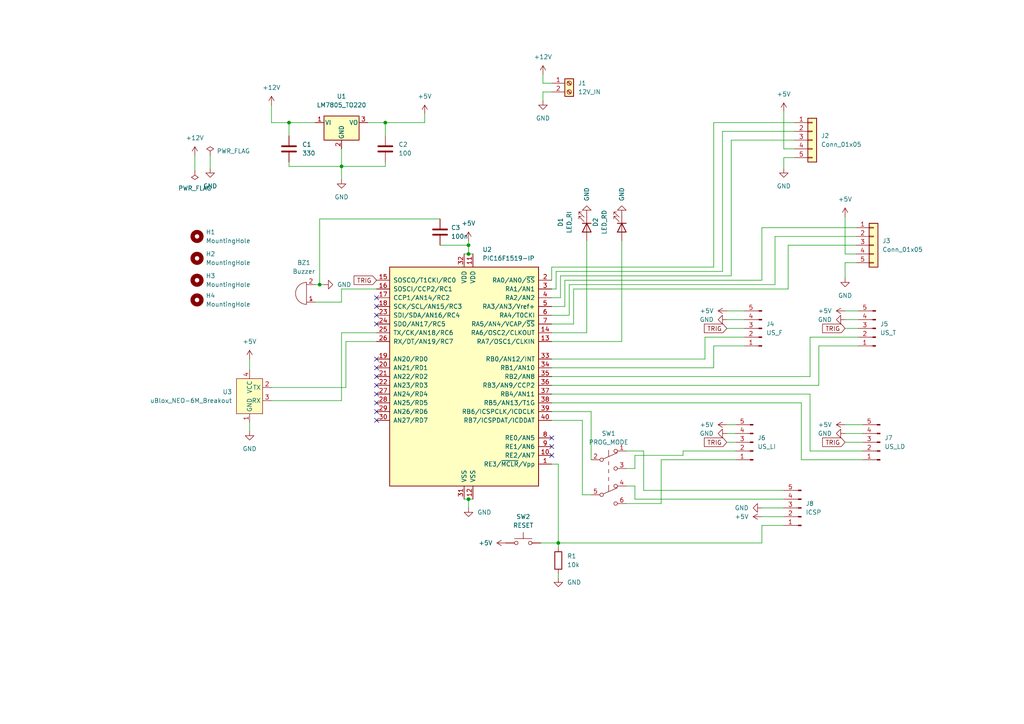
<source format=kicad_sch>
(kicad_sch (version 20211123) (generator eeschema)

  (uuid c0455890-61c4-42d0-a0ce-88be8357bc41)

  (paper "A4")

  (lib_symbols
    (symbol "Connector:Conn_01x05_Male" (pin_names (offset 1.016) hide) (in_bom yes) (on_board yes)
      (property "Reference" "J" (id 0) (at 0 7.62 0)
        (effects (font (size 1.27 1.27)))
      )
      (property "Value" "Conn_01x05_Male" (id 1) (at 0 -7.62 0)
        (effects (font (size 1.27 1.27)))
      )
      (property "Footprint" "" (id 2) (at 0 0 0)
        (effects (font (size 1.27 1.27)) hide)
      )
      (property "Datasheet" "~" (id 3) (at 0 0 0)
        (effects (font (size 1.27 1.27)) hide)
      )
      (property "ki_keywords" "connector" (id 4) (at 0 0 0)
        (effects (font (size 1.27 1.27)) hide)
      )
      (property "ki_description" "Generic connector, single row, 01x05, script generated (kicad-library-utils/schlib/autogen/connector/)" (id 5) (at 0 0 0)
        (effects (font (size 1.27 1.27)) hide)
      )
      (property "ki_fp_filters" "Connector*:*_1x??_*" (id 6) (at 0 0 0)
        (effects (font (size 1.27 1.27)) hide)
      )
      (symbol "Conn_01x05_Male_1_1"
        (polyline
          (pts
            (xy 1.27 -5.08)
            (xy 0.8636 -5.08)
          )
          (stroke (width 0.1524) (type default) (color 0 0 0 0))
          (fill (type none))
        )
        (polyline
          (pts
            (xy 1.27 -2.54)
            (xy 0.8636 -2.54)
          )
          (stroke (width 0.1524) (type default) (color 0 0 0 0))
          (fill (type none))
        )
        (polyline
          (pts
            (xy 1.27 0)
            (xy 0.8636 0)
          )
          (stroke (width 0.1524) (type default) (color 0 0 0 0))
          (fill (type none))
        )
        (polyline
          (pts
            (xy 1.27 2.54)
            (xy 0.8636 2.54)
          )
          (stroke (width 0.1524) (type default) (color 0 0 0 0))
          (fill (type none))
        )
        (polyline
          (pts
            (xy 1.27 5.08)
            (xy 0.8636 5.08)
          )
          (stroke (width 0.1524) (type default) (color 0 0 0 0))
          (fill (type none))
        )
        (rectangle (start 0.8636 -4.953) (end 0 -5.207)
          (stroke (width 0.1524) (type default) (color 0 0 0 0))
          (fill (type outline))
        )
        (rectangle (start 0.8636 -2.413) (end 0 -2.667)
          (stroke (width 0.1524) (type default) (color 0 0 0 0))
          (fill (type outline))
        )
        (rectangle (start 0.8636 0.127) (end 0 -0.127)
          (stroke (width 0.1524) (type default) (color 0 0 0 0))
          (fill (type outline))
        )
        (rectangle (start 0.8636 2.667) (end 0 2.413)
          (stroke (width 0.1524) (type default) (color 0 0 0 0))
          (fill (type outline))
        )
        (rectangle (start 0.8636 5.207) (end 0 4.953)
          (stroke (width 0.1524) (type default) (color 0 0 0 0))
          (fill (type outline))
        )
        (pin passive line (at 5.08 5.08 180) (length 3.81)
          (name "Pin_1" (effects (font (size 1.27 1.27))))
          (number "1" (effects (font (size 1.27 1.27))))
        )
        (pin passive line (at 5.08 2.54 180) (length 3.81)
          (name "Pin_2" (effects (font (size 1.27 1.27))))
          (number "2" (effects (font (size 1.27 1.27))))
        )
        (pin passive line (at 5.08 0 180) (length 3.81)
          (name "Pin_3" (effects (font (size 1.27 1.27))))
          (number "3" (effects (font (size 1.27 1.27))))
        )
        (pin passive line (at 5.08 -2.54 180) (length 3.81)
          (name "Pin_4" (effects (font (size 1.27 1.27))))
          (number "4" (effects (font (size 1.27 1.27))))
        )
        (pin passive line (at 5.08 -5.08 180) (length 3.81)
          (name "Pin_5" (effects (font (size 1.27 1.27))))
          (number "5" (effects (font (size 1.27 1.27))))
        )
      )
    )
    (symbol "Connector:Screw_Terminal_01x02" (pin_names (offset 1.016) hide) (in_bom yes) (on_board yes)
      (property "Reference" "J" (id 0) (at 0 2.54 0)
        (effects (font (size 1.27 1.27)))
      )
      (property "Value" "Screw_Terminal_01x02" (id 1) (at 0 -5.08 0)
        (effects (font (size 1.27 1.27)))
      )
      (property "Footprint" "" (id 2) (at 0 0 0)
        (effects (font (size 1.27 1.27)) hide)
      )
      (property "Datasheet" "~" (id 3) (at 0 0 0)
        (effects (font (size 1.27 1.27)) hide)
      )
      (property "ki_keywords" "screw terminal" (id 4) (at 0 0 0)
        (effects (font (size 1.27 1.27)) hide)
      )
      (property "ki_description" "Generic screw terminal, single row, 01x02, script generated (kicad-library-utils/schlib/autogen/connector/)" (id 5) (at 0 0 0)
        (effects (font (size 1.27 1.27)) hide)
      )
      (property "ki_fp_filters" "TerminalBlock*:*" (id 6) (at 0 0 0)
        (effects (font (size 1.27 1.27)) hide)
      )
      (symbol "Screw_Terminal_01x02_1_1"
        (rectangle (start -1.27 1.27) (end 1.27 -3.81)
          (stroke (width 0.254) (type default) (color 0 0 0 0))
          (fill (type background))
        )
        (circle (center 0 -2.54) (radius 0.635)
          (stroke (width 0.1524) (type default) (color 0 0 0 0))
          (fill (type none))
        )
        (polyline
          (pts
            (xy -0.5334 -2.2098)
            (xy 0.3302 -3.048)
          )
          (stroke (width 0.1524) (type default) (color 0 0 0 0))
          (fill (type none))
        )
        (polyline
          (pts
            (xy -0.5334 0.3302)
            (xy 0.3302 -0.508)
          )
          (stroke (width 0.1524) (type default) (color 0 0 0 0))
          (fill (type none))
        )
        (polyline
          (pts
            (xy -0.3556 -2.032)
            (xy 0.508 -2.8702)
          )
          (stroke (width 0.1524) (type default) (color 0 0 0 0))
          (fill (type none))
        )
        (polyline
          (pts
            (xy -0.3556 0.508)
            (xy 0.508 -0.3302)
          )
          (stroke (width 0.1524) (type default) (color 0 0 0 0))
          (fill (type none))
        )
        (circle (center 0 0) (radius 0.635)
          (stroke (width 0.1524) (type default) (color 0 0 0 0))
          (fill (type none))
        )
        (pin passive line (at -5.08 0 0) (length 3.81)
          (name "Pin_1" (effects (font (size 1.27 1.27))))
          (number "1" (effects (font (size 1.27 1.27))))
        )
        (pin passive line (at -5.08 -2.54 0) (length 3.81)
          (name "Pin_2" (effects (font (size 1.27 1.27))))
          (number "2" (effects (font (size 1.27 1.27))))
        )
      )
    )
    (symbol "Connector_Generic:Conn_01x05" (pin_names (offset 1.016) hide) (in_bom yes) (on_board yes)
      (property "Reference" "J" (id 0) (at 0 7.62 0)
        (effects (font (size 1.27 1.27)))
      )
      (property "Value" "Conn_01x05" (id 1) (at 0 -7.62 0)
        (effects (font (size 1.27 1.27)))
      )
      (property "Footprint" "" (id 2) (at 0 0 0)
        (effects (font (size 1.27 1.27)) hide)
      )
      (property "Datasheet" "~" (id 3) (at 0 0 0)
        (effects (font (size 1.27 1.27)) hide)
      )
      (property "ki_keywords" "connector" (id 4) (at 0 0 0)
        (effects (font (size 1.27 1.27)) hide)
      )
      (property "ki_description" "Generic connector, single row, 01x05, script generated (kicad-library-utils/schlib/autogen/connector/)" (id 5) (at 0 0 0)
        (effects (font (size 1.27 1.27)) hide)
      )
      (property "ki_fp_filters" "Connector*:*_1x??_*" (id 6) (at 0 0 0)
        (effects (font (size 1.27 1.27)) hide)
      )
      (symbol "Conn_01x05_1_1"
        (rectangle (start -1.27 -4.953) (end 0 -5.207)
          (stroke (width 0.1524) (type default) (color 0 0 0 0))
          (fill (type none))
        )
        (rectangle (start -1.27 -2.413) (end 0 -2.667)
          (stroke (width 0.1524) (type default) (color 0 0 0 0))
          (fill (type none))
        )
        (rectangle (start -1.27 0.127) (end 0 -0.127)
          (stroke (width 0.1524) (type default) (color 0 0 0 0))
          (fill (type none))
        )
        (rectangle (start -1.27 2.667) (end 0 2.413)
          (stroke (width 0.1524) (type default) (color 0 0 0 0))
          (fill (type none))
        )
        (rectangle (start -1.27 5.207) (end 0 4.953)
          (stroke (width 0.1524) (type default) (color 0 0 0 0))
          (fill (type none))
        )
        (rectangle (start -1.27 6.35) (end 1.27 -6.35)
          (stroke (width 0.254) (type default) (color 0 0 0 0))
          (fill (type background))
        )
        (pin passive line (at -5.08 5.08 0) (length 3.81)
          (name "Pin_1" (effects (font (size 1.27 1.27))))
          (number "1" (effects (font (size 1.27 1.27))))
        )
        (pin passive line (at -5.08 2.54 0) (length 3.81)
          (name "Pin_2" (effects (font (size 1.27 1.27))))
          (number "2" (effects (font (size 1.27 1.27))))
        )
        (pin passive line (at -5.08 0 0) (length 3.81)
          (name "Pin_3" (effects (font (size 1.27 1.27))))
          (number "3" (effects (font (size 1.27 1.27))))
        )
        (pin passive line (at -5.08 -2.54 0) (length 3.81)
          (name "Pin_4" (effects (font (size 1.27 1.27))))
          (number "4" (effects (font (size 1.27 1.27))))
        )
        (pin passive line (at -5.08 -5.08 0) (length 3.81)
          (name "Pin_5" (effects (font (size 1.27 1.27))))
          (number "5" (effects (font (size 1.27 1.27))))
        )
      )
    )
    (symbol "Device:Buzzer" (pin_names (offset 0.0254) hide) (in_bom yes) (on_board yes)
      (property "Reference" "BZ" (id 0) (at 3.81 1.27 0)
        (effects (font (size 1.27 1.27)) (justify left))
      )
      (property "Value" "Buzzer" (id 1) (at 3.81 -1.27 0)
        (effects (font (size 1.27 1.27)) (justify left))
      )
      (property "Footprint" "" (id 2) (at -0.635 2.54 90)
        (effects (font (size 1.27 1.27)) hide)
      )
      (property "Datasheet" "~" (id 3) (at -0.635 2.54 90)
        (effects (font (size 1.27 1.27)) hide)
      )
      (property "ki_keywords" "quartz resonator ceramic" (id 4) (at 0 0 0)
        (effects (font (size 1.27 1.27)) hide)
      )
      (property "ki_description" "Buzzer, polarized" (id 5) (at 0 0 0)
        (effects (font (size 1.27 1.27)) hide)
      )
      (property "ki_fp_filters" "*Buzzer*" (id 6) (at 0 0 0)
        (effects (font (size 1.27 1.27)) hide)
      )
      (symbol "Buzzer_0_1"
        (arc (start 0 -3.175) (mid 3.175 0) (end 0 3.175)
          (stroke (width 0) (type default) (color 0 0 0 0))
          (fill (type none))
        )
        (polyline
          (pts
            (xy -1.651 1.905)
            (xy -1.143 1.905)
          )
          (stroke (width 0) (type default) (color 0 0 0 0))
          (fill (type none))
        )
        (polyline
          (pts
            (xy -1.397 2.159)
            (xy -1.397 1.651)
          )
          (stroke (width 0) (type default) (color 0 0 0 0))
          (fill (type none))
        )
        (polyline
          (pts
            (xy 0 3.175)
            (xy 0 -3.175)
          )
          (stroke (width 0) (type default) (color 0 0 0 0))
          (fill (type none))
        )
      )
      (symbol "Buzzer_1_1"
        (pin passive line (at -2.54 2.54 0) (length 2.54)
          (name "-" (effects (font (size 1.27 1.27))))
          (number "1" (effects (font (size 1.27 1.27))))
        )
        (pin passive line (at -2.54 -2.54 0) (length 2.54)
          (name "+" (effects (font (size 1.27 1.27))))
          (number "2" (effects (font (size 1.27 1.27))))
        )
      )
    )
    (symbol "Device:C" (pin_numbers hide) (pin_names (offset 0.254)) (in_bom yes) (on_board yes)
      (property "Reference" "C" (id 0) (at 0.635 2.54 0)
        (effects (font (size 1.27 1.27)) (justify left))
      )
      (property "Value" "C" (id 1) (at 0.635 -2.54 0)
        (effects (font (size 1.27 1.27)) (justify left))
      )
      (property "Footprint" "" (id 2) (at 0.9652 -3.81 0)
        (effects (font (size 1.27 1.27)) hide)
      )
      (property "Datasheet" "~" (id 3) (at 0 0 0)
        (effects (font (size 1.27 1.27)) hide)
      )
      (property "ki_keywords" "cap capacitor" (id 4) (at 0 0 0)
        (effects (font (size 1.27 1.27)) hide)
      )
      (property "ki_description" "Unpolarized capacitor" (id 5) (at 0 0 0)
        (effects (font (size 1.27 1.27)) hide)
      )
      (property "ki_fp_filters" "C_*" (id 6) (at 0 0 0)
        (effects (font (size 1.27 1.27)) hide)
      )
      (symbol "C_0_1"
        (polyline
          (pts
            (xy -2.032 -0.762)
            (xy 2.032 -0.762)
          )
          (stroke (width 0.508) (type default) (color 0 0 0 0))
          (fill (type none))
        )
        (polyline
          (pts
            (xy -2.032 0.762)
            (xy 2.032 0.762)
          )
          (stroke (width 0.508) (type default) (color 0 0 0 0))
          (fill (type none))
        )
      )
      (symbol "C_1_1"
        (pin passive line (at 0 3.81 270) (length 2.794)
          (name "~" (effects (font (size 1.27 1.27))))
          (number "1" (effects (font (size 1.27 1.27))))
        )
        (pin passive line (at 0 -3.81 90) (length 2.794)
          (name "~" (effects (font (size 1.27 1.27))))
          (number "2" (effects (font (size 1.27 1.27))))
        )
      )
    )
    (symbol "Device:LED" (pin_numbers hide) (pin_names (offset 1.016) hide) (in_bom yes) (on_board yes)
      (property "Reference" "D" (id 0) (at 0 2.54 0)
        (effects (font (size 1.27 1.27)))
      )
      (property "Value" "LED" (id 1) (at 0 -2.54 0)
        (effects (font (size 1.27 1.27)))
      )
      (property "Footprint" "" (id 2) (at 0 0 0)
        (effects (font (size 1.27 1.27)) hide)
      )
      (property "Datasheet" "~" (id 3) (at 0 0 0)
        (effects (font (size 1.27 1.27)) hide)
      )
      (property "ki_keywords" "LED diode" (id 4) (at 0 0 0)
        (effects (font (size 1.27 1.27)) hide)
      )
      (property "ki_description" "Light emitting diode" (id 5) (at 0 0 0)
        (effects (font (size 1.27 1.27)) hide)
      )
      (property "ki_fp_filters" "LED* LED_SMD:* LED_THT:*" (id 6) (at 0 0 0)
        (effects (font (size 1.27 1.27)) hide)
      )
      (symbol "LED_0_1"
        (polyline
          (pts
            (xy -1.27 -1.27)
            (xy -1.27 1.27)
          )
          (stroke (width 0.254) (type default) (color 0 0 0 0))
          (fill (type none))
        )
        (polyline
          (pts
            (xy -1.27 0)
            (xy 1.27 0)
          )
          (stroke (width 0) (type default) (color 0 0 0 0))
          (fill (type none))
        )
        (polyline
          (pts
            (xy 1.27 -1.27)
            (xy 1.27 1.27)
            (xy -1.27 0)
            (xy 1.27 -1.27)
          )
          (stroke (width 0.254) (type default) (color 0 0 0 0))
          (fill (type none))
        )
        (polyline
          (pts
            (xy -3.048 -0.762)
            (xy -4.572 -2.286)
            (xy -3.81 -2.286)
            (xy -4.572 -2.286)
            (xy -4.572 -1.524)
          )
          (stroke (width 0) (type default) (color 0 0 0 0))
          (fill (type none))
        )
        (polyline
          (pts
            (xy -1.778 -0.762)
            (xy -3.302 -2.286)
            (xy -2.54 -2.286)
            (xy -3.302 -2.286)
            (xy -3.302 -1.524)
          )
          (stroke (width 0) (type default) (color 0 0 0 0))
          (fill (type none))
        )
      )
      (symbol "LED_1_1"
        (pin passive line (at -3.81 0 0) (length 2.54)
          (name "K" (effects (font (size 1.27 1.27))))
          (number "1" (effects (font (size 1.27 1.27))))
        )
        (pin passive line (at 3.81 0 180) (length 2.54)
          (name "A" (effects (font (size 1.27 1.27))))
          (number "2" (effects (font (size 1.27 1.27))))
        )
      )
    )
    (symbol "Device:R" (pin_numbers hide) (pin_names (offset 0)) (in_bom yes) (on_board yes)
      (property "Reference" "R" (id 0) (at 2.032 0 90)
        (effects (font (size 1.27 1.27)))
      )
      (property "Value" "R" (id 1) (at 0 0 90)
        (effects (font (size 1.27 1.27)))
      )
      (property "Footprint" "" (id 2) (at -1.778 0 90)
        (effects (font (size 1.27 1.27)) hide)
      )
      (property "Datasheet" "~" (id 3) (at 0 0 0)
        (effects (font (size 1.27 1.27)) hide)
      )
      (property "ki_keywords" "R res resistor" (id 4) (at 0 0 0)
        (effects (font (size 1.27 1.27)) hide)
      )
      (property "ki_description" "Resistor" (id 5) (at 0 0 0)
        (effects (font (size 1.27 1.27)) hide)
      )
      (property "ki_fp_filters" "R_*" (id 6) (at 0 0 0)
        (effects (font (size 1.27 1.27)) hide)
      )
      (symbol "R_0_1"
        (rectangle (start -1.016 -2.54) (end 1.016 2.54)
          (stroke (width 0.254) (type default) (color 0 0 0 0))
          (fill (type none))
        )
      )
      (symbol "R_1_1"
        (pin passive line (at 0 3.81 270) (length 1.27)
          (name "~" (effects (font (size 1.27 1.27))))
          (number "1" (effects (font (size 1.27 1.27))))
        )
        (pin passive line (at 0 -3.81 90) (length 1.27)
          (name "~" (effects (font (size 1.27 1.27))))
          (number "2" (effects (font (size 1.27 1.27))))
        )
      )
    )
    (symbol "MCU_Microchip_PIC16:PIC16F1519-IP" (pin_names (offset 1.016)) (in_bom yes) (on_board yes)
      (property "Reference" "U" (id 0) (at 2.54 35.56 0)
        (effects (font (size 1.27 1.27)) (justify left))
      )
      (property "Value" "PIC16F1519-IP" (id 1) (at 2.54 33.02 0)
        (effects (font (size 1.27 1.27)) (justify left))
      )
      (property "Footprint" "" (id 2) (at 0 0 0)
        (effects (font (size 1.27 1.27)) hide)
      )
      (property "Datasheet" "http://ww1.microchip.com/downloads/en/DeviceDoc/41452B.pdf" (id 3) (at 0 0 0)
        (effects (font (size 1.27 1.27)) hide)
      )
      (property "ki_keywords" "FLASH-Based 8-Bit CMOS Microcontroller XLP" (id 4) (at 0 0 0)
        (effects (font (size 1.27 1.27)) hide)
      )
      (property "ki_description" "16384W FLASH, 1024B SRAM, PDIP-40" (id 5) (at 0 0 0)
        (effects (font (size 1.27 1.27)) hide)
      )
      (property "ki_fp_filters" "DIP* PDIP*" (id 6) (at 0 0 0)
        (effects (font (size 1.27 1.27)) hide)
      )
      (symbol "PIC16F1519-IP_0_1"
        (rectangle (start -21.59 31.75) (end 21.59 -31.75)
          (stroke (width 0.254) (type default) (color 0 0 0 0))
          (fill (type background))
        )
      )
      (symbol "PIC16F1519-IP_1_1"
        (pin input line (at -25.4 -25.4 0) (length 3.81)
          (name "RE3/~{MCLR}/Vpp" (effects (font (size 1.27 1.27))))
          (number "1" (effects (font (size 1.27 1.27))))
        )
        (pin bidirectional line (at -25.4 -22.86 0) (length 3.81)
          (name "RE2/AN7" (effects (font (size 1.27 1.27))))
          (number "10" (effects (font (size 1.27 1.27))))
        )
        (pin power_in line (at -2.54 35.56 270) (length 3.81)
          (name "VDD" (effects (font (size 1.27 1.27))))
          (number "11" (effects (font (size 1.27 1.27))))
        )
        (pin power_in line (at -2.54 -35.56 90) (length 3.81)
          (name "VSS" (effects (font (size 1.27 1.27))))
          (number "12" (effects (font (size 1.27 1.27))))
        )
        (pin bidirectional line (at -25.4 10.16 0) (length 3.81)
          (name "RA7/OSC1/CLKIN" (effects (font (size 1.27 1.27))))
          (number "13" (effects (font (size 1.27 1.27))))
        )
        (pin bidirectional line (at -25.4 12.7 0) (length 3.81)
          (name "RA6/OSC2/CLKOUT" (effects (font (size 1.27 1.27))))
          (number "14" (effects (font (size 1.27 1.27))))
        )
        (pin bidirectional line (at 25.4 27.94 180) (length 3.81)
          (name "SOSCO/T1CKI/RC0" (effects (font (size 1.27 1.27))))
          (number "15" (effects (font (size 1.27 1.27))))
        )
        (pin bidirectional line (at 25.4 25.4 180) (length 3.81)
          (name "SOSCI/CCP2/RC1" (effects (font (size 1.27 1.27))))
          (number "16" (effects (font (size 1.27 1.27))))
        )
        (pin bidirectional line (at 25.4 22.86 180) (length 3.81)
          (name "CCP1/AN14/RC2" (effects (font (size 1.27 1.27))))
          (number "17" (effects (font (size 1.27 1.27))))
        )
        (pin bidirectional line (at 25.4 20.32 180) (length 3.81)
          (name "SCK/SCL/AN15/RC3" (effects (font (size 1.27 1.27))))
          (number "18" (effects (font (size 1.27 1.27))))
        )
        (pin bidirectional line (at 25.4 5.08 180) (length 3.81)
          (name "AN20/RD0" (effects (font (size 1.27 1.27))))
          (number "19" (effects (font (size 1.27 1.27))))
        )
        (pin bidirectional line (at -25.4 27.94 0) (length 3.81)
          (name "RA0/AN0/~{SS}" (effects (font (size 1.27 1.27))))
          (number "2" (effects (font (size 1.27 1.27))))
        )
        (pin bidirectional line (at 25.4 2.54 180) (length 3.81)
          (name "AN21/RD1" (effects (font (size 1.27 1.27))))
          (number "20" (effects (font (size 1.27 1.27))))
        )
        (pin bidirectional line (at 25.4 0 180) (length 3.81)
          (name "AN22/RD2" (effects (font (size 1.27 1.27))))
          (number "21" (effects (font (size 1.27 1.27))))
        )
        (pin bidirectional line (at 25.4 -2.54 180) (length 3.81)
          (name "AN23/RD3" (effects (font (size 1.27 1.27))))
          (number "22" (effects (font (size 1.27 1.27))))
        )
        (pin bidirectional line (at 25.4 17.78 180) (length 3.81)
          (name "SDI/SDA/AN16/RC4" (effects (font (size 1.27 1.27))))
          (number "23" (effects (font (size 1.27 1.27))))
        )
        (pin bidirectional line (at 25.4 15.24 180) (length 3.81)
          (name "SDO/AN17/RC5" (effects (font (size 1.27 1.27))))
          (number "24" (effects (font (size 1.27 1.27))))
        )
        (pin bidirectional line (at 25.4 12.7 180) (length 3.81)
          (name "TX/CK/AN18/RC6" (effects (font (size 1.27 1.27))))
          (number "25" (effects (font (size 1.27 1.27))))
        )
        (pin bidirectional line (at 25.4 10.16 180) (length 3.81)
          (name "RX/DT/AN19/RC7" (effects (font (size 1.27 1.27))))
          (number "26" (effects (font (size 1.27 1.27))))
        )
        (pin bidirectional line (at 25.4 -5.08 180) (length 3.81)
          (name "AN24/RD4" (effects (font (size 1.27 1.27))))
          (number "27" (effects (font (size 1.27 1.27))))
        )
        (pin bidirectional line (at 25.4 -7.62 180) (length 3.81)
          (name "AN25/RD5" (effects (font (size 1.27 1.27))))
          (number "28" (effects (font (size 1.27 1.27))))
        )
        (pin bidirectional line (at 25.4 -10.16 180) (length 3.81)
          (name "AN26/RD6" (effects (font (size 1.27 1.27))))
          (number "29" (effects (font (size 1.27 1.27))))
        )
        (pin bidirectional line (at -25.4 25.4 0) (length 3.81)
          (name "RA1/AN1" (effects (font (size 1.27 1.27))))
          (number "3" (effects (font (size 1.27 1.27))))
        )
        (pin bidirectional line (at 25.4 -12.7 180) (length 3.81)
          (name "AN27/RD7" (effects (font (size 1.27 1.27))))
          (number "30" (effects (font (size 1.27 1.27))))
        )
        (pin power_in line (at 0 -35.56 90) (length 3.81)
          (name "VSS" (effects (font (size 1.27 1.27))))
          (number "31" (effects (font (size 1.27 1.27))))
        )
        (pin power_in line (at 0 35.56 270) (length 3.81)
          (name "VDD" (effects (font (size 1.27 1.27))))
          (number "32" (effects (font (size 1.27 1.27))))
        )
        (pin bidirectional line (at -25.4 5.08 0) (length 3.81)
          (name "RB0/AN12/INT" (effects (font (size 1.27 1.27))))
          (number "33" (effects (font (size 1.27 1.27))))
        )
        (pin bidirectional line (at -25.4 2.54 0) (length 3.81)
          (name "RB1/AN10" (effects (font (size 1.27 1.27))))
          (number "34" (effects (font (size 1.27 1.27))))
        )
        (pin bidirectional line (at -25.4 0 0) (length 3.81)
          (name "RB2/AN8" (effects (font (size 1.27 1.27))))
          (number "35" (effects (font (size 1.27 1.27))))
        )
        (pin bidirectional line (at -25.4 -2.54 0) (length 3.81)
          (name "RB3/AN9/CCP2" (effects (font (size 1.27 1.27))))
          (number "36" (effects (font (size 1.27 1.27))))
        )
        (pin bidirectional line (at -25.4 -5.08 0) (length 3.81)
          (name "RB4/AN11" (effects (font (size 1.27 1.27))))
          (number "37" (effects (font (size 1.27 1.27))))
        )
        (pin bidirectional line (at -25.4 -7.62 0) (length 3.81)
          (name "RB5/AN13/T1G" (effects (font (size 1.27 1.27))))
          (number "38" (effects (font (size 1.27 1.27))))
        )
        (pin bidirectional line (at -25.4 -10.16 0) (length 3.81)
          (name "RB6/ICSPCLK/ICDCLK" (effects (font (size 1.27 1.27))))
          (number "39" (effects (font (size 1.27 1.27))))
        )
        (pin bidirectional line (at -25.4 22.86 0) (length 3.81)
          (name "RA2/AN2" (effects (font (size 1.27 1.27))))
          (number "4" (effects (font (size 1.27 1.27))))
        )
        (pin bidirectional line (at -25.4 -12.7 0) (length 3.81)
          (name "RB7/ICSPDAT/ICDDAT" (effects (font (size 1.27 1.27))))
          (number "40" (effects (font (size 1.27 1.27))))
        )
        (pin bidirectional line (at -25.4 20.32 0) (length 3.81)
          (name "RA3/AN3/Vref+" (effects (font (size 1.27 1.27))))
          (number "5" (effects (font (size 1.27 1.27))))
        )
        (pin bidirectional line (at -25.4 17.78 0) (length 3.81)
          (name "RA4/T0CKI" (effects (font (size 1.27 1.27))))
          (number "6" (effects (font (size 1.27 1.27))))
        )
        (pin bidirectional line (at -25.4 15.24 0) (length 3.81)
          (name "RA5/AN4/VCAP/~{SS}" (effects (font (size 1.27 1.27))))
          (number "7" (effects (font (size 1.27 1.27))))
        )
        (pin bidirectional line (at -25.4 -17.78 0) (length 3.81)
          (name "RE0/AN5" (effects (font (size 1.27 1.27))))
          (number "8" (effects (font (size 1.27 1.27))))
        )
        (pin bidirectional line (at -25.4 -20.32 0) (length 3.81)
          (name "RE1/AN6" (effects (font (size 1.27 1.27))))
          (number "9" (effects (font (size 1.27 1.27))))
        )
      )
    )
    (symbol "Mechanical:MountingHole" (pin_names (offset 1.016)) (in_bom yes) (on_board yes)
      (property "Reference" "H" (id 0) (at 0 5.08 0)
        (effects (font (size 1.27 1.27)))
      )
      (property "Value" "MountingHole" (id 1) (at 0 3.175 0)
        (effects (font (size 1.27 1.27)))
      )
      (property "Footprint" "" (id 2) (at 0 0 0)
        (effects (font (size 1.27 1.27)) hide)
      )
      (property "Datasheet" "~" (id 3) (at 0 0 0)
        (effects (font (size 1.27 1.27)) hide)
      )
      (property "ki_keywords" "mounting hole" (id 4) (at 0 0 0)
        (effects (font (size 1.27 1.27)) hide)
      )
      (property "ki_description" "Mounting Hole without connection" (id 5) (at 0 0 0)
        (effects (font (size 1.27 1.27)) hide)
      )
      (property "ki_fp_filters" "MountingHole*" (id 6) (at 0 0 0)
        (effects (font (size 1.27 1.27)) hide)
      )
      (symbol "MountingHole_0_1"
        (circle (center 0 0) (radius 1.27)
          (stroke (width 1.27) (type default) (color 0 0 0 0))
          (fill (type none))
        )
      )
    )
    (symbol "Regulator_Linear:LM7805_TO220" (pin_names (offset 0.254)) (in_bom yes) (on_board yes)
      (property "Reference" "U" (id 0) (at -3.81 3.175 0)
        (effects (font (size 1.27 1.27)))
      )
      (property "Value" "LM7805_TO220" (id 1) (at 0 3.175 0)
        (effects (font (size 1.27 1.27)) (justify left))
      )
      (property "Footprint" "Package_TO_SOT_THT:TO-220-3_Vertical" (id 2) (at 0 5.715 0)
        (effects (font (size 1.27 1.27) italic) hide)
      )
      (property "Datasheet" "https://www.onsemi.cn/PowerSolutions/document/MC7800-D.PDF" (id 3) (at 0 -1.27 0)
        (effects (font (size 1.27 1.27)) hide)
      )
      (property "ki_keywords" "Voltage Regulator 1A Positive" (id 4) (at 0 0 0)
        (effects (font (size 1.27 1.27)) hide)
      )
      (property "ki_description" "Positive 1A 35V Linear Regulator, Fixed Output 5V, TO-220" (id 5) (at 0 0 0)
        (effects (font (size 1.27 1.27)) hide)
      )
      (property "ki_fp_filters" "TO?220*" (id 6) (at 0 0 0)
        (effects (font (size 1.27 1.27)) hide)
      )
      (symbol "LM7805_TO220_0_1"
        (rectangle (start -5.08 1.905) (end 5.08 -5.08)
          (stroke (width 0.254) (type default) (color 0 0 0 0))
          (fill (type background))
        )
      )
      (symbol "LM7805_TO220_1_1"
        (pin power_in line (at -7.62 0 0) (length 2.54)
          (name "VI" (effects (font (size 1.27 1.27))))
          (number "1" (effects (font (size 1.27 1.27))))
        )
        (pin power_in line (at 0 -7.62 90) (length 2.54)
          (name "GND" (effects (font (size 1.27 1.27))))
          (number "2" (effects (font (size 1.27 1.27))))
        )
        (pin power_out line (at 7.62 0 180) (length 2.54)
          (name "VO" (effects (font (size 1.27 1.27))))
          (number "3" (effects (font (size 1.27 1.27))))
        )
      )
    )
    (symbol "Switch:SW_Push" (pin_numbers hide) (pin_names (offset 1.016) hide) (in_bom yes) (on_board yes)
      (property "Reference" "SW" (id 0) (at 1.27 2.54 0)
        (effects (font (size 1.27 1.27)) (justify left))
      )
      (property "Value" "SW_Push" (id 1) (at 0 -1.524 0)
        (effects (font (size 1.27 1.27)))
      )
      (property "Footprint" "" (id 2) (at 0 5.08 0)
        (effects (font (size 1.27 1.27)) hide)
      )
      (property "Datasheet" "~" (id 3) (at 0 5.08 0)
        (effects (font (size 1.27 1.27)) hide)
      )
      (property "ki_keywords" "switch normally-open pushbutton push-button" (id 4) (at 0 0 0)
        (effects (font (size 1.27 1.27)) hide)
      )
      (property "ki_description" "Push button switch, generic, two pins" (id 5) (at 0 0 0)
        (effects (font (size 1.27 1.27)) hide)
      )
      (symbol "SW_Push_0_1"
        (circle (center -2.032 0) (radius 0.508)
          (stroke (width 0) (type default) (color 0 0 0 0))
          (fill (type none))
        )
        (polyline
          (pts
            (xy 0 1.27)
            (xy 0 3.048)
          )
          (stroke (width 0) (type default) (color 0 0 0 0))
          (fill (type none))
        )
        (polyline
          (pts
            (xy 2.54 1.27)
            (xy -2.54 1.27)
          )
          (stroke (width 0) (type default) (color 0 0 0 0))
          (fill (type none))
        )
        (circle (center 2.032 0) (radius 0.508)
          (stroke (width 0) (type default) (color 0 0 0 0))
          (fill (type none))
        )
        (pin passive line (at -5.08 0 0) (length 2.54)
          (name "1" (effects (font (size 1.27 1.27))))
          (number "1" (effects (font (size 1.27 1.27))))
        )
        (pin passive line (at 5.08 0 180) (length 2.54)
          (name "2" (effects (font (size 1.27 1.27))))
          (number "2" (effects (font (size 1.27 1.27))))
        )
      )
    )
    (symbol "Switch:SW_Push_DPDT" (pin_names (offset 0) hide) (in_bom yes) (on_board yes)
      (property "Reference" "SW" (id 0) (at 0 8.89 0)
        (effects (font (size 1.27 1.27)))
      )
      (property "Value" "SW_Push_DPDT" (id 1) (at 0 -10.16 0)
        (effects (font (size 1.27 1.27)))
      )
      (property "Footprint" "" (id 2) (at 0 5.08 0)
        (effects (font (size 1.27 1.27)) hide)
      )
      (property "Datasheet" "~" (id 3) (at 0 5.08 0)
        (effects (font (size 1.27 1.27)) hide)
      )
      (property "ki_keywords" "switch dual-pole double-throw spdt ON-ON" (id 4) (at 0 0 0)
        (effects (font (size 1.27 1.27)) hide)
      )
      (property "ki_description" "Momentary Switch, dual pole double throw" (id 5) (at 0 0 0)
        (effects (font (size 1.27 1.27)) hide)
      )
      (symbol "SW_Push_DPDT_0_0"
        (circle (center -2.032 -5.08) (radius 0.508)
          (stroke (width 0) (type default) (color 0 0 0 0))
          (fill (type none))
        )
        (circle (center -2.032 5.08) (radius 0.508)
          (stroke (width 0) (type default) (color 0 0 0 0))
          (fill (type none))
        )
        (circle (center 2.032 -7.62) (radius 0.508)
          (stroke (width 0) (type default) (color 0 0 0 0))
          (fill (type none))
        )
        (circle (center 2.032 2.54) (radius 0.508)
          (stroke (width 0) (type default) (color 0 0 0 0))
          (fill (type none))
        )
      )
      (symbol "SW_Push_DPDT_0_1"
        (polyline
          (pts
            (xy -1.524 -4.826)
            (xy 2.54 -3.048)
          )
          (stroke (width 0) (type default) (color 0 0 0 0))
          (fill (type none))
        )
        (polyline
          (pts
            (xy -1.524 5.334)
            (xy 2.54 7.112)
          )
          (stroke (width 0) (type default) (color 0 0 0 0))
          (fill (type none))
        )
        (polyline
          (pts
            (xy 0 -2.286)
            (xy 0 -4.064)
          )
          (stroke (width 0) (type default) (color 0 0 0 0))
          (fill (type none))
        )
        (polyline
          (pts
            (xy 0 -1.016)
            (xy 0 0)
          )
          (stroke (width 0) (type default) (color 0 0 0 0))
          (fill (type none))
        )
        (polyline
          (pts
            (xy 0 1.27)
            (xy 0 2.286)
          )
          (stroke (width 0) (type default) (color 0 0 0 0))
          (fill (type none))
        )
        (polyline
          (pts
            (xy 0 3.556)
            (xy 0 4.572)
          )
          (stroke (width 0) (type default) (color 0 0 0 0))
          (fill (type none))
        )
        (polyline
          (pts
            (xy 0 7.874)
            (xy 0 6.096)
          )
          (stroke (width 0) (type default) (color 0 0 0 0))
          (fill (type none))
        )
        (circle (center 2.032 -2.54) (radius 0.508)
          (stroke (width 0) (type default) (color 0 0 0 0))
          (fill (type none))
        )
        (circle (center 2.032 7.62) (radius 0.508)
          (stroke (width 0) (type default) (color 0 0 0 0))
          (fill (type none))
        )
      )
      (symbol "SW_Push_DPDT_1_1"
        (pin passive line (at 5.08 7.62 180) (length 2.54)
          (name "A" (effects (font (size 1.27 1.27))))
          (number "1" (effects (font (size 1.27 1.27))))
        )
        (pin passive line (at -5.08 5.08 0) (length 2.54)
          (name "B" (effects (font (size 1.27 1.27))))
          (number "2" (effects (font (size 1.27 1.27))))
        )
        (pin passive line (at 5.08 2.54 180) (length 2.54)
          (name "C" (effects (font (size 1.27 1.27))))
          (number "3" (effects (font (size 1.27 1.27))))
        )
        (pin passive line (at 5.08 -2.54 180) (length 2.54)
          (name "A" (effects (font (size 1.27 1.27))))
          (number "4" (effects (font (size 1.27 1.27))))
        )
        (pin passive line (at -5.08 -5.08 0) (length 2.54)
          (name "B" (effects (font (size 1.27 1.27))))
          (number "5" (effects (font (size 1.27 1.27))))
        )
        (pin passive line (at 5.08 -7.62 180) (length 2.54)
          (name "C" (effects (font (size 1.27 1.27))))
          (number "6" (effects (font (size 1.27 1.27))))
        )
      )
    )
    (symbol "mCALCAN_lib:uBlox_NEO-6M_Breakout" (in_bom yes) (on_board yes)
      (property "Reference" "U" (id 0) (at 2.54 8.89 0)
        (effects (font (size 1.27 1.27)))
      )
      (property "Value" "uBlox_NEO-6M_Breakout" (id 1) (at 12.7 11.43 0)
        (effects (font (size 1.27 1.27)))
      )
      (property "Footprint" "" (id 2) (at -1.27 2.54 0)
        (effects (font (size 1.27 1.27)) hide)
      )
      (property "Datasheet" "" (id 3) (at -1.27 2.54 0)
        (effects (font (size 1.27 1.27)) hide)
      )
      (symbol "uBlox_NEO-6M_Breakout_0_1"
        (rectangle (start -3.81 5.08) (end 3.81 -5.08)
          (stroke (width 0) (type default) (color 0 0 0 0))
          (fill (type background))
        )
      )
      (symbol "uBlox_NEO-6M_Breakout_1_1"
        (pin power_in line (at 0 -7.62 90) (length 2.54)
          (name "GND" (effects (font (size 1.27 1.27))))
          (number "1" (effects (font (size 1.27 1.27))))
        )
        (pin output line (at 6.35 2.54 180) (length 2.54)
          (name "TX" (effects (font (size 1.27 1.27))))
          (number "2" (effects (font (size 1.27 1.27))))
        )
        (pin input line (at 6.35 -1.27 180) (length 2.54)
          (name "RX" (effects (font (size 1.27 1.27))))
          (number "3" (effects (font (size 1.27 1.27))))
        )
        (pin power_in line (at 0 7.62 270) (length 2.54)
          (name "VCC" (effects (font (size 1.27 1.27))))
          (number "4" (effects (font (size 1.27 1.27))))
        )
      )
    )
    (symbol "power:+12V" (power) (pin_names (offset 0)) (in_bom yes) (on_board yes)
      (property "Reference" "#PWR" (id 0) (at 0 -3.81 0)
        (effects (font (size 1.27 1.27)) hide)
      )
      (property "Value" "+12V" (id 1) (at 0 3.556 0)
        (effects (font (size 1.27 1.27)))
      )
      (property "Footprint" "" (id 2) (at 0 0 0)
        (effects (font (size 1.27 1.27)) hide)
      )
      (property "Datasheet" "" (id 3) (at 0 0 0)
        (effects (font (size 1.27 1.27)) hide)
      )
      (property "ki_keywords" "power-flag" (id 4) (at 0 0 0)
        (effects (font (size 1.27 1.27)) hide)
      )
      (property "ki_description" "Power symbol creates a global label with name \"+12V\"" (id 5) (at 0 0 0)
        (effects (font (size 1.27 1.27)) hide)
      )
      (symbol "+12V_0_1"
        (polyline
          (pts
            (xy -0.762 1.27)
            (xy 0 2.54)
          )
          (stroke (width 0) (type default) (color 0 0 0 0))
          (fill (type none))
        )
        (polyline
          (pts
            (xy 0 0)
            (xy 0 2.54)
          )
          (stroke (width 0) (type default) (color 0 0 0 0))
          (fill (type none))
        )
        (polyline
          (pts
            (xy 0 2.54)
            (xy 0.762 1.27)
          )
          (stroke (width 0) (type default) (color 0 0 0 0))
          (fill (type none))
        )
      )
      (symbol "+12V_1_1"
        (pin power_in line (at 0 0 90) (length 0) hide
          (name "+12V" (effects (font (size 1.27 1.27))))
          (number "1" (effects (font (size 1.27 1.27))))
        )
      )
    )
    (symbol "power:+5V" (power) (pin_names (offset 0)) (in_bom yes) (on_board yes)
      (property "Reference" "#PWR" (id 0) (at 0 -3.81 0)
        (effects (font (size 1.27 1.27)) hide)
      )
      (property "Value" "+5V" (id 1) (at 0 3.556 0)
        (effects (font (size 1.27 1.27)))
      )
      (property "Footprint" "" (id 2) (at 0 0 0)
        (effects (font (size 1.27 1.27)) hide)
      )
      (property "Datasheet" "" (id 3) (at 0 0 0)
        (effects (font (size 1.27 1.27)) hide)
      )
      (property "ki_keywords" "power-flag" (id 4) (at 0 0 0)
        (effects (font (size 1.27 1.27)) hide)
      )
      (property "ki_description" "Power symbol creates a global label with name \"+5V\"" (id 5) (at 0 0 0)
        (effects (font (size 1.27 1.27)) hide)
      )
      (symbol "+5V_0_1"
        (polyline
          (pts
            (xy -0.762 1.27)
            (xy 0 2.54)
          )
          (stroke (width 0) (type default) (color 0 0 0 0))
          (fill (type none))
        )
        (polyline
          (pts
            (xy 0 0)
            (xy 0 2.54)
          )
          (stroke (width 0) (type default) (color 0 0 0 0))
          (fill (type none))
        )
        (polyline
          (pts
            (xy 0 2.54)
            (xy 0.762 1.27)
          )
          (stroke (width 0) (type default) (color 0 0 0 0))
          (fill (type none))
        )
      )
      (symbol "+5V_1_1"
        (pin power_in line (at 0 0 90) (length 0) hide
          (name "+5V" (effects (font (size 1.27 1.27))))
          (number "1" (effects (font (size 1.27 1.27))))
        )
      )
    )
    (symbol "power:GND" (power) (pin_names (offset 0)) (in_bom yes) (on_board yes)
      (property "Reference" "#PWR" (id 0) (at 0 -6.35 0)
        (effects (font (size 1.27 1.27)) hide)
      )
      (property "Value" "GND" (id 1) (at 0 -3.81 0)
        (effects (font (size 1.27 1.27)))
      )
      (property "Footprint" "" (id 2) (at 0 0 0)
        (effects (font (size 1.27 1.27)) hide)
      )
      (property "Datasheet" "" (id 3) (at 0 0 0)
        (effects (font (size 1.27 1.27)) hide)
      )
      (property "ki_keywords" "power-flag" (id 4) (at 0 0 0)
        (effects (font (size 1.27 1.27)) hide)
      )
      (property "ki_description" "Power symbol creates a global label with name \"GND\" , ground" (id 5) (at 0 0 0)
        (effects (font (size 1.27 1.27)) hide)
      )
      (symbol "GND_0_1"
        (polyline
          (pts
            (xy 0 0)
            (xy 0 -1.27)
            (xy 1.27 -1.27)
            (xy 0 -2.54)
            (xy -1.27 -1.27)
            (xy 0 -1.27)
          )
          (stroke (width 0) (type default) (color 0 0 0 0))
          (fill (type none))
        )
      )
      (symbol "GND_1_1"
        (pin power_in line (at 0 0 270) (length 0) hide
          (name "GND" (effects (font (size 1.27 1.27))))
          (number "1" (effects (font (size 1.27 1.27))))
        )
      )
    )
    (symbol "power:PWR_FLAG" (power) (pin_numbers hide) (pin_names (offset 0) hide) (in_bom yes) (on_board yes)
      (property "Reference" "#FLG" (id 0) (at 0 1.905 0)
        (effects (font (size 1.27 1.27)) hide)
      )
      (property "Value" "PWR_FLAG" (id 1) (at 0 3.81 0)
        (effects (font (size 1.27 1.27)))
      )
      (property "Footprint" "" (id 2) (at 0 0 0)
        (effects (font (size 1.27 1.27)) hide)
      )
      (property "Datasheet" "~" (id 3) (at 0 0 0)
        (effects (font (size 1.27 1.27)) hide)
      )
      (property "ki_keywords" "power-flag" (id 4) (at 0 0 0)
        (effects (font (size 1.27 1.27)) hide)
      )
      (property "ki_description" "Special symbol for telling ERC where power comes from" (id 5) (at 0 0 0)
        (effects (font (size 1.27 1.27)) hide)
      )
      (symbol "PWR_FLAG_0_0"
        (pin power_out line (at 0 0 90) (length 0)
          (name "pwr" (effects (font (size 1.27 1.27))))
          (number "1" (effects (font (size 1.27 1.27))))
        )
      )
      (symbol "PWR_FLAG_0_1"
        (polyline
          (pts
            (xy 0 0)
            (xy 0 1.27)
            (xy -1.016 1.905)
            (xy 0 2.54)
            (xy 1.016 1.905)
            (xy 0 1.27)
          )
          (stroke (width 0) (type default) (color 0 0 0 0))
          (fill (type none))
        )
      )
    )
  )

  (junction (at 135.89 73.66) (diameter 0) (color 0 0 0 0)
    (uuid 229eb2ce-1b8b-419b-9ed4-0bf46d6a6279)
  )
  (junction (at 92.71 82.55) (diameter 0) (color 0 0 0 0)
    (uuid 3ac5c11d-db7b-430b-9d4c-b45d854da45f)
  )
  (junction (at 135.89 71.12) (diameter 0) (color 0 0 0 0)
    (uuid 6a02dbc6-e475-4611-9e65-0ed833c726a4)
  )
  (junction (at 83.82 35.56) (diameter 0) (color 0 0 0 0)
    (uuid 848bb13f-f5b8-4fd2-83be-66a3f1f262b1)
  )
  (junction (at 111.76 35.56) (diameter 0) (color 0 0 0 0)
    (uuid 8a30b53a-0d3a-45f7-9c4f-04919bea543a)
  )
  (junction (at 135.89 144.78) (diameter 0) (color 0 0 0 0)
    (uuid 8b3b2fb1-f06b-4c16-ad7a-abf8023afafb)
  )
  (junction (at 99.06 48.26) (diameter 0) (color 0 0 0 0)
    (uuid f2bbf96b-6432-4301-92c9-de97c1f79609)
  )
  (junction (at 161.925 157.48) (diameter 0) (color 0 0 0 0)
    (uuid f528dd15-9e8b-4700-a98f-fe62de5f2ad8)
  )

  (no_connect (at 109.22 114.3) (uuid 14bd346b-c536-4d7c-9b89-58d6e330e8e9))
  (no_connect (at 109.22 116.84) (uuid 14bd346b-c536-4d7c-9b89-58d6e330e8ea))
  (no_connect (at 109.22 119.38) (uuid 14bd346b-c536-4d7c-9b89-58d6e330e8eb))
  (no_connect (at 109.22 121.92) (uuid 14bd346b-c536-4d7c-9b89-58d6e330e8ec))
  (no_connect (at 109.22 104.14) (uuid 14bd346b-c536-4d7c-9b89-58d6e330e8ed))
  (no_connect (at 109.22 106.68) (uuid 14bd346b-c536-4d7c-9b89-58d6e330e8ee))
  (no_connect (at 109.22 109.22) (uuid 14bd346b-c536-4d7c-9b89-58d6e330e8ef))
  (no_connect (at 109.22 111.76) (uuid 14bd346b-c536-4d7c-9b89-58d6e330e8f0))
  (no_connect (at 160.02 127) (uuid 14bd346b-c536-4d7c-9b89-58d6e330e8f1))
  (no_connect (at 160.02 129.54) (uuid 14bd346b-c536-4d7c-9b89-58d6e330e8f2))
  (no_connect (at 160.02 132.08) (uuid 14bd346b-c536-4d7c-9b89-58d6e330e8f3))
  (no_connect (at 109.22 91.44) (uuid 6ff60c59-11bd-4768-b4e1-43c6bd332fe9))
  (no_connect (at 109.22 93.98) (uuid 6ff60c59-11bd-4768-b4e1-43c6bd332fea))
  (no_connect (at 109.22 88.9) (uuid 6ff60c59-11bd-4768-b4e1-43c6bd332feb))
  (no_connect (at 109.22 86.36) (uuid 6ff60c59-11bd-4768-b4e1-43c6bd332fec))

  (wire (pts (xy 161.925 157.48) (xy 220.98 157.48))
    (stroke (width 0) (type default) (color 0 0 0 0))
    (uuid 034844fe-56a3-461a-8409-1ad50d73ce89)
  )
  (wire (pts (xy 213.36 123.19) (xy 210.82 123.19))
    (stroke (width 0) (type default) (color 0 0 0 0))
    (uuid 034dcefa-873f-4ca0-ad16-3761e7d59563)
  )
  (wire (pts (xy 78.74 35.56) (xy 83.82 35.56))
    (stroke (width 0) (type default) (color 0 0 0 0))
    (uuid 0466d60a-61bc-4f26-b38b-4a84c7088cab)
  )
  (wire (pts (xy 99.06 96.52) (xy 109.22 96.52))
    (stroke (width 0) (type default) (color 0 0 0 0))
    (uuid 05d8756d-c21a-43d2-92e0-14eaf555bd69)
  )
  (wire (pts (xy 191.77 133.35) (xy 213.36 133.35))
    (stroke (width 0) (type default) (color 0 0 0 0))
    (uuid 06d973c0-c5b3-4384-9030-d6c4c52a87ea)
  )
  (wire (pts (xy 186.69 142.24) (xy 186.69 130.81))
    (stroke (width 0) (type default) (color 0 0 0 0))
    (uuid 0a5f34a1-d481-4e4d-bfba-25e344d5fe29)
  )
  (wire (pts (xy 171.45 119.38) (xy 171.45 133.35))
    (stroke (width 0) (type default) (color 0 0 0 0))
    (uuid 0a77c5b5-ed9e-418e-b015-0c5fbdf68227)
  )
  (wire (pts (xy 160.02 104.14) (xy 204.47 104.14))
    (stroke (width 0) (type default) (color 0 0 0 0))
    (uuid 0bdc556d-d57c-4d8a-9ecf-f52c39a4f435)
  )
  (wire (pts (xy 99.06 116.205) (xy 99.06 96.52))
    (stroke (width 0) (type default) (color 0 0 0 0))
    (uuid 0c05f4dd-eac5-4156-b65b-21f8b1f8b902)
  )
  (wire (pts (xy 163.83 88.9) (xy 160.02 88.9))
    (stroke (width 0) (type default) (color 0 0 0 0))
    (uuid 0f049b9f-2984-4652-a510-8544316b3de0)
  )
  (wire (pts (xy 161.925 166.37) (xy 161.925 167.64))
    (stroke (width 0) (type default) (color 0 0 0 0))
    (uuid 176ea8ca-2278-4f07-b6de-1dbc34c38c14)
  )
  (wire (pts (xy 213.36 125.73) (xy 210.82 125.73))
    (stroke (width 0) (type default) (color 0 0 0 0))
    (uuid 1da32991-de06-4b0a-a5f8-63007d9b2524)
  )
  (wire (pts (xy 160.02 121.92) (xy 168.91 121.92))
    (stroke (width 0) (type default) (color 0 0 0 0))
    (uuid 1db4bb4b-5dbe-459b-ba06-fc41f1f19bc9)
  )
  (wire (pts (xy 157.48 24.13) (xy 157.48 21.59))
    (stroke (width 0) (type default) (color 0 0 0 0))
    (uuid 1fc57dd2-5650-4c3f-94b0-b55904789d41)
  )
  (wire (pts (xy 228.6 71.12) (xy 248.285 71.12))
    (stroke (width 0) (type default) (color 0 0 0 0))
    (uuid 20d5a462-0676-44cb-98b2-1f9617aefcd2)
  )
  (wire (pts (xy 191.77 133.35) (xy 191.77 146.05))
    (stroke (width 0) (type default) (color 0 0 0 0))
    (uuid 25520225-a235-433d-a6d5-d1520ce28c41)
  )
  (wire (pts (xy 91.44 82.55) (xy 92.71 82.55))
    (stroke (width 0) (type default) (color 0 0 0 0))
    (uuid 26beb590-97ff-428b-b5fb-0fe16ab77d2c)
  )
  (wire (pts (xy 215.9 92.71) (xy 210.82 92.71))
    (stroke (width 0) (type default) (color 0 0 0 0))
    (uuid 26e14ec2-7769-4062-b065-602682c3d4a9)
  )
  (wire (pts (xy 245.11 73.66) (xy 245.11 62.865))
    (stroke (width 0) (type default) (color 0 0 0 0))
    (uuid 27ca45b9-c275-4628-856d-ae0261f758e0)
  )
  (wire (pts (xy 248.92 90.17) (xy 245.11 90.17))
    (stroke (width 0) (type default) (color 0 0 0 0))
    (uuid 285616a4-b04b-429b-a2c8-7f43a5df8b05)
  )
  (wire (pts (xy 106.68 35.56) (xy 111.76 35.56))
    (stroke (width 0) (type default) (color 0 0 0 0))
    (uuid 2945d4d6-9a9b-49a0-a18a-2b5889e042f9)
  )
  (wire (pts (xy 234.95 130.81) (xy 250.19 130.81))
    (stroke (width 0) (type default) (color 0 0 0 0))
    (uuid 2ab9724b-bd18-4676-93db-5cbb2866dfc0)
  )
  (wire (pts (xy 160.02 106.68) (xy 207.01 106.68))
    (stroke (width 0) (type default) (color 0 0 0 0))
    (uuid 2c093c6d-b048-4a03-b949-04cfb14f37c0)
  )
  (wire (pts (xy 72.39 104.14) (xy 72.39 107.315))
    (stroke (width 0) (type default) (color 0 0 0 0))
    (uuid 2f548e81-213d-4175-b805-bdd8e1038975)
  )
  (wire (pts (xy 227.33 48.895) (xy 227.33 45.72))
    (stroke (width 0) (type default) (color 0 0 0 0))
    (uuid 307ca3f2-ba5f-4274-b700-f2b0fd20ecb9)
  )
  (wire (pts (xy 207.01 35.56) (xy 230.505 35.56))
    (stroke (width 0) (type default) (color 0 0 0 0))
    (uuid 376c8dd2-951e-45b1-a9bf-1fb660d1513d)
  )
  (wire (pts (xy 83.82 48.26) (xy 99.06 48.26))
    (stroke (width 0) (type default) (color 0 0 0 0))
    (uuid 39ff7801-91e5-49f2-bea5-9014e70d1cf7)
  )
  (wire (pts (xy 135.89 144.78) (xy 135.89 147.32))
    (stroke (width 0) (type default) (color 0 0 0 0))
    (uuid 3b0cea30-e94d-46c0-80a8-2539588ff62c)
  )
  (wire (pts (xy 160.02 77.47) (xy 160.02 81.28))
    (stroke (width 0) (type default) (color 0 0 0 0))
    (uuid 3b0e5f72-ffeb-4f87-9c1f-7bd02763e7e6)
  )
  (wire (pts (xy 166.37 83.82) (xy 166.37 93.98))
    (stroke (width 0) (type default) (color 0 0 0 0))
    (uuid 3b736d98-7ac1-4517-bdd4-3b18e001474d)
  )
  (wire (pts (xy 227.33 43.18) (xy 227.33 32.385))
    (stroke (width 0) (type default) (color 0 0 0 0))
    (uuid 3c5cf582-ddc0-4bed-91e1-2186d0c31b54)
  )
  (wire (pts (xy 157.48 26.67) (xy 157.48 29.21))
    (stroke (width 0) (type default) (color 0 0 0 0))
    (uuid 3f5312eb-db13-4107-ac55-16d1dffe9962)
  )
  (wire (pts (xy 78.74 116.205) (xy 99.06 116.205))
    (stroke (width 0) (type default) (color 0 0 0 0))
    (uuid 4111587c-bb19-4c9e-a36d-88cdc959c3d4)
  )
  (wire (pts (xy 191.77 146.05) (xy 181.61 146.05))
    (stroke (width 0) (type default) (color 0 0 0 0))
    (uuid 43518f86-04cf-4a76-8f93-03f5b2ff9bdf)
  )
  (wire (pts (xy 198.12 130.81) (xy 213.36 130.81))
    (stroke (width 0) (type default) (color 0 0 0 0))
    (uuid 470c93c4-4cb9-4743-b063-70e33bd489ef)
  )
  (wire (pts (xy 160.02 24.13) (xy 157.48 24.13))
    (stroke (width 0) (type default) (color 0 0 0 0))
    (uuid 4c2db300-32b2-48db-90a6-aa2b0ad18be4)
  )
  (wire (pts (xy 212.09 40.64) (xy 212.09 80.01))
    (stroke (width 0) (type default) (color 0 0 0 0))
    (uuid 4d2c169c-8566-41b5-b907-f68ea1f65fab)
  )
  (wire (pts (xy 184.15 140.97) (xy 181.61 140.97))
    (stroke (width 0) (type default) (color 0 0 0 0))
    (uuid 4d2cd838-b09c-4b7d-9e21-a3648d7c315a)
  )
  (wire (pts (xy 245.11 128.27) (xy 250.19 128.27))
    (stroke (width 0) (type default) (color 0 0 0 0))
    (uuid 4e70497e-b648-4331-a76f-f465dc0916b7)
  )
  (wire (pts (xy 210.82 128.27) (xy 213.36 128.27))
    (stroke (width 0) (type default) (color 0 0 0 0))
    (uuid 543c2b1c-efe3-4a4a-8299-bc02ff6d9817)
  )
  (wire (pts (xy 111.76 35.56) (xy 123.19 35.56))
    (stroke (width 0) (type default) (color 0 0 0 0))
    (uuid 55c77c10-0956-4511-b3e7-3022ab8bad00)
  )
  (wire (pts (xy 163.83 81.28) (xy 220.98 81.28))
    (stroke (width 0) (type default) (color 0 0 0 0))
    (uuid 5b1615ad-2700-4bfa-bc36-c01c9b8ec3a8)
  )
  (wire (pts (xy 245.11 80.645) (xy 245.11 76.2))
    (stroke (width 0) (type default) (color 0 0 0 0))
    (uuid 5dc738d0-2bb3-44c2-9bdd-307fc1c8ee81)
  )
  (wire (pts (xy 198.12 132.08) (xy 198.12 130.81))
    (stroke (width 0) (type default) (color 0 0 0 0))
    (uuid 5ded961f-f6a9-4f13-bad6-5045a5f6096a)
  )
  (wire (pts (xy 180.34 69.85) (xy 180.34 99.06))
    (stroke (width 0) (type default) (color 0 0 0 0))
    (uuid 5f2f0d47-d13c-4f2b-a61d-05783f12f2b5)
  )
  (wire (pts (xy 92.71 63.5) (xy 92.71 82.55))
    (stroke (width 0) (type default) (color 0 0 0 0))
    (uuid 6026f6db-dd7e-4b18-ad6a-607251ffbc30)
  )
  (wire (pts (xy 134.62 73.66) (xy 135.89 73.66))
    (stroke (width 0) (type default) (color 0 0 0 0))
    (uuid 614d8eac-f1b1-4753-9f2f-88de079ba47a)
  )
  (wire (pts (xy 204.47 104.14) (xy 204.47 97.79))
    (stroke (width 0) (type default) (color 0 0 0 0))
    (uuid 62e7966c-b42d-4958-acaf-f091438496dd)
  )
  (wire (pts (xy 250.19 125.73) (xy 245.11 125.73))
    (stroke (width 0) (type default) (color 0 0 0 0))
    (uuid 636ac4fc-9787-47fe-bc06-318fbd5ca91a)
  )
  (wire (pts (xy 184.15 135.89) (xy 181.61 135.89))
    (stroke (width 0) (type default) (color 0 0 0 0))
    (uuid 6634007c-cd05-4596-95b5-0c362965db5c)
  )
  (wire (pts (xy 209.55 38.1) (xy 230.505 38.1))
    (stroke (width 0) (type default) (color 0 0 0 0))
    (uuid 672f9ccd-1b0c-4194-8e04-9229666415f9)
  )
  (wire (pts (xy 135.89 73.66) (xy 137.16 73.66))
    (stroke (width 0) (type default) (color 0 0 0 0))
    (uuid 69ce9e94-1b70-4c76-a718-a6f29a66e1c8)
  )
  (wire (pts (xy 165.1 82.55) (xy 224.79 82.55))
    (stroke (width 0) (type default) (color 0 0 0 0))
    (uuid 6b2ddec3-739a-48d6-8544-fe40d66420a2)
  )
  (wire (pts (xy 186.69 142.24) (xy 227.33 142.24))
    (stroke (width 0) (type default) (color 0 0 0 0))
    (uuid 6b9d94bb-6b44-4369-b167-30ee504693f6)
  )
  (wire (pts (xy 184.15 132.08) (xy 198.12 132.08))
    (stroke (width 0) (type default) (color 0 0 0 0))
    (uuid 6ed7a4f9-7579-4f43-835f-aaeb49f3aa49)
  )
  (wire (pts (xy 109.22 83.82) (xy 99.06 83.82))
    (stroke (width 0) (type default) (color 0 0 0 0))
    (uuid 710f5041-e2ca-4aba-bea1-a1f6548975ad)
  )
  (wire (pts (xy 234.95 109.22) (xy 234.95 97.79))
    (stroke (width 0) (type default) (color 0 0 0 0))
    (uuid 74e354fa-0af8-4044-a05b-1cb55335b1d5)
  )
  (wire (pts (xy 99.06 48.26) (xy 111.76 48.26))
    (stroke (width 0) (type default) (color 0 0 0 0))
    (uuid 7563035f-2fe1-49a1-b581-bbfb63c21fc0)
  )
  (wire (pts (xy 207.01 106.68) (xy 207.01 100.33))
    (stroke (width 0) (type default) (color 0 0 0 0))
    (uuid 784b1957-46c4-4da0-aa95-91c6d0604b42)
  )
  (wire (pts (xy 166.37 93.98) (xy 160.02 93.98))
    (stroke (width 0) (type default) (color 0 0 0 0))
    (uuid 78928b47-4658-4f33-96e1-70067ed25ff6)
  )
  (wire (pts (xy 170.18 69.85) (xy 170.18 96.52))
    (stroke (width 0) (type default) (color 0 0 0 0))
    (uuid 78ec3622-4350-43fd-816b-f8b9a1914197)
  )
  (wire (pts (xy 209.55 38.1) (xy 209.55 78.74))
    (stroke (width 0) (type default) (color 0 0 0 0))
    (uuid 7b905201-4831-4264-b2d0-8db5cadad78d)
  )
  (wire (pts (xy 162.56 80.01) (xy 162.56 86.36))
    (stroke (width 0) (type default) (color 0 0 0 0))
    (uuid 7ceeacac-b79b-4699-bba0-e25dbd531307)
  )
  (wire (pts (xy 245.11 95.25) (xy 248.92 95.25))
    (stroke (width 0) (type default) (color 0 0 0 0))
    (uuid 7d5688dc-e76e-42bf-8c0c-79dee2d798a4)
  )
  (wire (pts (xy 204.47 97.79) (xy 215.9 97.79))
    (stroke (width 0) (type default) (color 0 0 0 0))
    (uuid 7d823b60-0b2e-448e-943a-e17e481a033b)
  )
  (wire (pts (xy 160.02 116.84) (xy 232.41 116.84))
    (stroke (width 0) (type default) (color 0 0 0 0))
    (uuid 7f9c3ace-9440-465a-8fa4-f9ae4b150c7f)
  )
  (wire (pts (xy 160.02 114.3) (xy 234.95 114.3))
    (stroke (width 0) (type default) (color 0 0 0 0))
    (uuid 7fe3847e-c22f-4af3-b8ac-0db098e2e2e2)
  )
  (wire (pts (xy 234.95 97.79) (xy 248.92 97.79))
    (stroke (width 0) (type default) (color 0 0 0 0))
    (uuid 806db1ad-37e6-4f99-9b12-5d4a8c12b450)
  )
  (wire (pts (xy 83.82 35.56) (xy 83.82 39.37))
    (stroke (width 0) (type default) (color 0 0 0 0))
    (uuid 87faba53-4ae3-418a-a8b7-bc0c72e77c6f)
  )
  (wire (pts (xy 99.06 43.18) (xy 99.06 48.26))
    (stroke (width 0) (type default) (color 0 0 0 0))
    (uuid 882b8906-6a64-4c5f-9cba-1e7faaad0457)
  )
  (wire (pts (xy 135.89 144.78) (xy 137.16 144.78))
    (stroke (width 0) (type default) (color 0 0 0 0))
    (uuid 883f531e-c9f2-45d1-b30a-3931813a9cf0)
  )
  (wire (pts (xy 220.98 157.48) (xy 220.98 152.4))
    (stroke (width 0) (type default) (color 0 0 0 0))
    (uuid 8977c8e3-a414-4343-ba67-e2dbfcaa0cab)
  )
  (wire (pts (xy 162.56 80.01) (xy 212.09 80.01))
    (stroke (width 0) (type default) (color 0 0 0 0))
    (uuid 8aeabe83-55a7-4857-b0e7-2e5b7306548b)
  )
  (wire (pts (xy 186.69 130.81) (xy 181.61 130.81))
    (stroke (width 0) (type default) (color 0 0 0 0))
    (uuid 8b638787-0ad7-45b4-a987-b6079b67f8c0)
  )
  (wire (pts (xy 60.96 45.085) (xy 60.96 48.895))
    (stroke (width 0) (type default) (color 0 0 0 0))
    (uuid 8b955bbe-5c3f-45a1-8828-1f2bad5ca006)
  )
  (wire (pts (xy 184.15 144.78) (xy 227.33 144.78))
    (stroke (width 0) (type default) (color 0 0 0 0))
    (uuid 8d825961-5052-4158-a8dc-d99d3d38dc72)
  )
  (wire (pts (xy 99.06 83.82) (xy 99.06 87.63))
    (stroke (width 0) (type default) (color 0 0 0 0))
    (uuid 9138d079-78cc-4e84-a595-e367e96f0e67)
  )
  (wire (pts (xy 127.635 63.5) (xy 92.71 63.5))
    (stroke (width 0) (type default) (color 0 0 0 0))
    (uuid 91ab3d3e-4877-442d-b560-b7550e370122)
  )
  (wire (pts (xy 111.76 35.56) (xy 111.76 39.37))
    (stroke (width 0) (type default) (color 0 0 0 0))
    (uuid 93056c50-7ca1-49e9-a204-58fbb27eaad5)
  )
  (wire (pts (xy 123.19 33.02) (xy 123.19 35.56))
    (stroke (width 0) (type default) (color 0 0 0 0))
    (uuid 93af8057-023f-4979-94d2-b7e757a1e479)
  )
  (wire (pts (xy 168.91 143.51) (xy 171.45 143.51))
    (stroke (width 0) (type default) (color 0 0 0 0))
    (uuid 95797fc7-63ba-4f14-8b8c-17811b790f9a)
  )
  (wire (pts (xy 184.15 132.08) (xy 184.15 135.89))
    (stroke (width 0) (type default) (color 0 0 0 0))
    (uuid 974cfe62-0227-4863-a21f-21373c36e311)
  )
  (wire (pts (xy 92.71 82.55) (xy 93.98 82.55))
    (stroke (width 0) (type default) (color 0 0 0 0))
    (uuid 98d5b77b-bada-4e80-9a9a-14c6b9e1b071)
  )
  (wire (pts (xy 230.505 43.18) (xy 227.33 43.18))
    (stroke (width 0) (type default) (color 0 0 0 0))
    (uuid 992cd74b-1939-43b5-bb84-4cfbea1b8e50)
  )
  (wire (pts (xy 234.95 114.3) (xy 234.95 130.81))
    (stroke (width 0) (type default) (color 0 0 0 0))
    (uuid 9af78f12-a559-447c-8927-01365888401d)
  )
  (wire (pts (xy 83.82 46.99) (xy 83.82 48.26))
    (stroke (width 0) (type default) (color 0 0 0 0))
    (uuid 9fad99ae-997a-438a-878c-b1859d80d690)
  )
  (wire (pts (xy 160.02 26.67) (xy 157.48 26.67))
    (stroke (width 0) (type default) (color 0 0 0 0))
    (uuid a0fbec2d-364b-428d-ba0b-22a0e28ea2c1)
  )
  (wire (pts (xy 165.1 82.55) (xy 165.1 91.44))
    (stroke (width 0) (type default) (color 0 0 0 0))
    (uuid a1b28487-6d51-4e8a-ac52-b8638d76ddd8)
  )
  (wire (pts (xy 161.925 157.48) (xy 161.925 158.75))
    (stroke (width 0) (type default) (color 0 0 0 0))
    (uuid a20c0abd-5e9d-4170-9c37-deddde48895c)
  )
  (wire (pts (xy 78.74 112.395) (xy 100.33 112.395))
    (stroke (width 0) (type default) (color 0 0 0 0))
    (uuid a2949414-8462-4e71-843a-6806d39d56e4)
  )
  (wire (pts (xy 232.41 133.35) (xy 250.19 133.35))
    (stroke (width 0) (type default) (color 0 0 0 0))
    (uuid a322c7ee-f8b0-4a7d-8ee6-5fe1e4edd701)
  )
  (wire (pts (xy 220.98 147.32) (xy 227.33 147.32))
    (stroke (width 0) (type default) (color 0 0 0 0))
    (uuid a3811823-bb8c-47ec-ae1b-471971a5a35c)
  )
  (wire (pts (xy 99.06 48.26) (xy 99.06 52.07))
    (stroke (width 0) (type default) (color 0 0 0 0))
    (uuid a6ea4be9-fe4d-4a4c-8296-9705ad811479)
  )
  (wire (pts (xy 162.56 86.36) (xy 160.02 86.36))
    (stroke (width 0) (type default) (color 0 0 0 0))
    (uuid aad1b193-a312-403d-9307-b47bffc098ae)
  )
  (wire (pts (xy 165.1 91.44) (xy 160.02 91.44))
    (stroke (width 0) (type default) (color 0 0 0 0))
    (uuid ac9fe36b-5462-4744-924c-c5628d74aca3)
  )
  (wire (pts (xy 161.925 134.62) (xy 161.925 157.48))
    (stroke (width 0) (type default) (color 0 0 0 0))
    (uuid add7c71e-5fb4-4d09-928e-02207f4a316e)
  )
  (wire (pts (xy 220.98 66.04) (xy 220.98 81.28))
    (stroke (width 0) (type default) (color 0 0 0 0))
    (uuid adeb5df6-4920-4aa8-8fb1-d6ef0919acf2)
  )
  (wire (pts (xy 237.49 100.33) (xy 248.92 100.33))
    (stroke (width 0) (type default) (color 0 0 0 0))
    (uuid b2e14b90-3dad-4bfb-9f9b-e6d620122da6)
  )
  (wire (pts (xy 56.515 45.085) (xy 56.515 49.53))
    (stroke (width 0) (type default) (color 0 0 0 0))
    (uuid b413488e-591a-4887-84f4-2b5d860a4b24)
  )
  (wire (pts (xy 134.62 144.78) (xy 135.89 144.78))
    (stroke (width 0) (type default) (color 0 0 0 0))
    (uuid b4a5d36a-0377-4ca2-b4ac-736308b88a8f)
  )
  (wire (pts (xy 220.98 149.86) (xy 227.33 149.86))
    (stroke (width 0) (type default) (color 0 0 0 0))
    (uuid b60ad0d4-54d8-4438-8705-88e4e838812b)
  )
  (wire (pts (xy 207.01 100.33) (xy 215.9 100.33))
    (stroke (width 0) (type default) (color 0 0 0 0))
    (uuid b83544fd-dfdb-469b-94d8-0bfb09d6f437)
  )
  (wire (pts (xy 72.39 122.555) (xy 72.39 125.095))
    (stroke (width 0) (type default) (color 0 0 0 0))
    (uuid b9caa6d0-f6fc-4ea9-aeb1-44be77c7fb3d)
  )
  (wire (pts (xy 160.02 109.22) (xy 234.95 109.22))
    (stroke (width 0) (type default) (color 0 0 0 0))
    (uuid bdc78d20-5a88-4fea-8ad9-1c438e771522)
  )
  (wire (pts (xy 232.41 116.84) (xy 232.41 133.35))
    (stroke (width 0) (type default) (color 0 0 0 0))
    (uuid bea7a2c6-c1fc-46de-8bc4-a3dae279f76d)
  )
  (wire (pts (xy 248.285 68.58) (xy 224.79 68.58))
    (stroke (width 0) (type default) (color 0 0 0 0))
    (uuid c1a74948-ab0f-4f58-bbcc-5ee5a28b661f)
  )
  (wire (pts (xy 212.09 40.64) (xy 230.505 40.64))
    (stroke (width 0) (type default) (color 0 0 0 0))
    (uuid c2a104b7-e52e-4964-820b-f55d8c443460)
  )
  (wire (pts (xy 250.19 123.19) (xy 245.11 123.19))
    (stroke (width 0) (type default) (color 0 0 0 0))
    (uuid c341282e-1a95-4154-b1af-42c96ecc7322)
  )
  (wire (pts (xy 161.29 78.74) (xy 161.29 83.82))
    (stroke (width 0) (type default) (color 0 0 0 0))
    (uuid c3babcd1-54a6-42b1-9852-62d1eed6d1ef)
  )
  (wire (pts (xy 160.02 99.06) (xy 180.34 99.06))
    (stroke (width 0) (type default) (color 0 0 0 0))
    (uuid c48d1d9e-d95d-4d1e-8f74-d358dfeaa87b)
  )
  (wire (pts (xy 210.82 95.25) (xy 215.9 95.25))
    (stroke (width 0) (type default) (color 0 0 0 0))
    (uuid c59cbe85-0c86-440b-9a84-9e30955882ee)
  )
  (wire (pts (xy 111.76 46.99) (xy 111.76 48.26))
    (stroke (width 0) (type default) (color 0 0 0 0))
    (uuid c92a62bd-d56e-43ab-bf04-caf6ed201850)
  )
  (wire (pts (xy 220.98 66.04) (xy 248.285 66.04))
    (stroke (width 0) (type default) (color 0 0 0 0))
    (uuid ca30053c-5142-4618-8fbb-7c1820f27d86)
  )
  (wire (pts (xy 248.92 92.71) (xy 245.11 92.71))
    (stroke (width 0) (type default) (color 0 0 0 0))
    (uuid cb76e87c-5ab1-462c-a396-0a9a4c3a2271)
  )
  (wire (pts (xy 166.37 83.82) (xy 228.6 83.82))
    (stroke (width 0) (type default) (color 0 0 0 0))
    (uuid cbae952f-7e29-480c-aee5-caa0d7b4a48f)
  )
  (wire (pts (xy 220.98 152.4) (xy 227.33 152.4))
    (stroke (width 0) (type default) (color 0 0 0 0))
    (uuid cd2f3e94-7fa1-48d0-b78e-8ff5c6018983)
  )
  (wire (pts (xy 248.285 73.66) (xy 245.11 73.66))
    (stroke (width 0) (type default) (color 0 0 0 0))
    (uuid cd5e3bc8-cab8-4135-a52f-d0deef4eb3a6)
  )
  (wire (pts (xy 135.89 71.12) (xy 135.89 73.66))
    (stroke (width 0) (type default) (color 0 0 0 0))
    (uuid ce9ce6e5-bb13-4171-a90d-5409e208ee7b)
  )
  (wire (pts (xy 78.74 30.48) (xy 78.74 35.56))
    (stroke (width 0) (type default) (color 0 0 0 0))
    (uuid d1ed7e54-375e-4744-ad2f-96b401f2312c)
  )
  (wire (pts (xy 100.33 99.06) (xy 109.22 99.06))
    (stroke (width 0) (type default) (color 0 0 0 0))
    (uuid d282de93-58f1-4eac-8a6e-6954d393a057)
  )
  (wire (pts (xy 160.02 119.38) (xy 171.45 119.38))
    (stroke (width 0) (type default) (color 0 0 0 0))
    (uuid d2c740f8-939b-4300-92a4-fb237a0f78a1)
  )
  (wire (pts (xy 184.15 144.78) (xy 184.15 140.97))
    (stroke (width 0) (type default) (color 0 0 0 0))
    (uuid d5008497-9bfd-4565-9d48-e448b9576c22)
  )
  (wire (pts (xy 163.83 81.28) (xy 163.83 88.9))
    (stroke (width 0) (type default) (color 0 0 0 0))
    (uuid d5eeaf70-7877-4ba3-ba17-a02f85b4527f)
  )
  (wire (pts (xy 160.02 111.76) (xy 237.49 111.76))
    (stroke (width 0) (type default) (color 0 0 0 0))
    (uuid d6c8d998-dd90-4dcd-bfcf-ff200fa419c2)
  )
  (wire (pts (xy 227.33 45.72) (xy 230.505 45.72))
    (stroke (width 0) (type default) (color 0 0 0 0))
    (uuid d97f9f9f-fff8-410e-87ab-ef5c1f9ba5e2)
  )
  (wire (pts (xy 99.06 87.63) (xy 91.44 87.63))
    (stroke (width 0) (type default) (color 0 0 0 0))
    (uuid deacc411-78de-4e15-8852-b18dd249256e)
  )
  (wire (pts (xy 245.11 76.2) (xy 248.285 76.2))
    (stroke (width 0) (type default) (color 0 0 0 0))
    (uuid e10f9aae-3839-4ab1-9848-8a723aae1abf)
  )
  (wire (pts (xy 207.01 35.56) (xy 207.01 77.47))
    (stroke (width 0) (type default) (color 0 0 0 0))
    (uuid e4d1e0c8-884a-4d37-a0f6-b3630dae94dd)
  )
  (wire (pts (xy 135.89 69.85) (xy 135.89 71.12))
    (stroke (width 0) (type default) (color 0 0 0 0))
    (uuid e530a342-3c27-444f-bdc0-4c1c2622f1ba)
  )
  (wire (pts (xy 100.33 112.395) (xy 100.33 99.06))
    (stroke (width 0) (type default) (color 0 0 0 0))
    (uuid eb4608bc-e642-4768-92cd-4fc51f49f714)
  )
  (wire (pts (xy 215.9 90.17) (xy 210.82 90.17))
    (stroke (width 0) (type default) (color 0 0 0 0))
    (uuid eb865bd7-0d8a-435d-9e3d-c9be8a2b0efe)
  )
  (wire (pts (xy 168.91 121.92) (xy 168.91 143.51))
    (stroke (width 0) (type default) (color 0 0 0 0))
    (uuid ed22df37-a8b6-445d-bdc2-0883e26deb0c)
  )
  (wire (pts (xy 160.02 77.47) (xy 207.01 77.47))
    (stroke (width 0) (type default) (color 0 0 0 0))
    (uuid ef3a4001-7b5d-4083-b9d0-5aa61eb44243)
  )
  (wire (pts (xy 156.845 157.48) (xy 161.925 157.48))
    (stroke (width 0) (type default) (color 0 0 0 0))
    (uuid ef52e2b7-5a72-4aa2-be4c-c16e084311ff)
  )
  (wire (pts (xy 160.02 96.52) (xy 170.18 96.52))
    (stroke (width 0) (type default) (color 0 0 0 0))
    (uuid f1c79ad1-815b-460d-b505-a5582ad72830)
  )
  (wire (pts (xy 127.635 71.12) (xy 135.89 71.12))
    (stroke (width 0) (type default) (color 0 0 0 0))
    (uuid f21bef62-2cc3-43f9-99b8-7d46dc07b791)
  )
  (wire (pts (xy 237.49 111.76) (xy 237.49 100.33))
    (stroke (width 0) (type default) (color 0 0 0 0))
    (uuid f5b40567-5865-431d-b393-f3356059e696)
  )
  (wire (pts (xy 160.02 134.62) (xy 161.925 134.62))
    (stroke (width 0) (type default) (color 0 0 0 0))
    (uuid f85a23c4-2d54-42c8-8f9d-c9a9aec8fa9a)
  )
  (wire (pts (xy 224.79 68.58) (xy 224.79 82.55))
    (stroke (width 0) (type default) (color 0 0 0 0))
    (uuid fa66c076-587d-471e-a15e-1c83cabdd7c4)
  )
  (wire (pts (xy 161.29 83.82) (xy 160.02 83.82))
    (stroke (width 0) (type default) (color 0 0 0 0))
    (uuid fba64531-77fd-42ae-9158-3d2c9113d8b8)
  )
  (wire (pts (xy 161.29 78.74) (xy 209.55 78.74))
    (stroke (width 0) (type default) (color 0 0 0 0))
    (uuid fd2ae2b8-8559-4c1c-a32f-195323e9cf1e)
  )
  (wire (pts (xy 83.82 35.56) (xy 91.44 35.56))
    (stroke (width 0) (type default) (color 0 0 0 0))
    (uuid ff7db44c-5a1f-406a-b505-abb22054da23)
  )
  (wire (pts (xy 228.6 83.82) (xy 228.6 71.12))
    (stroke (width 0) (type default) (color 0 0 0 0))
    (uuid ffac0687-4243-4502-9ee7-4b870e099e86)
  )

  (global_label "TRIG" (shape input) (at 245.11 128.27 180) (fields_autoplaced)
    (effects (font (size 1.27 1.27)) (justify right))
    (uuid 1f418591-8490-4d5f-b67d-4082f2a3cd98)
    (property "Intersheet References" "${INTERSHEET_REFS}" (id 0) (at 238.5845 128.1906 0)
      (effects (font (size 1.27 1.27)) (justify right) hide)
    )
  )
  (global_label "TRIG" (shape input) (at 109.22 81.28 180) (fields_autoplaced)
    (effects (font (size 1.27 1.27)) (justify right))
    (uuid 25e9bbc4-2ffe-4918-9519-49cb9ae9b4fb)
    (property "Intersheet References" "${INTERSHEET_REFS}" (id 0) (at 102.6945 81.2006 0)
      (effects (font (size 1.27 1.27)) (justify right) hide)
    )
  )
  (global_label "TRIG" (shape input) (at 210.82 128.27 180) (fields_autoplaced)
    (effects (font (size 1.27 1.27)) (justify right))
    (uuid 76681ab8-7d92-4836-816a-4f2da787a42e)
    (property "Intersheet References" "${INTERSHEET_REFS}" (id 0) (at 204.2945 128.1906 0)
      (effects (font (size 1.27 1.27)) (justify right) hide)
    )
  )
  (global_label "TRIG" (shape input) (at 245.11 95.25 180) (fields_autoplaced)
    (effects (font (size 1.27 1.27)) (justify right))
    (uuid 89d9c4c8-d018-4ca7-85fd-d5cd5f2109ab)
    (property "Intersheet References" "${INTERSHEET_REFS}" (id 0) (at 238.5845 95.1706 0)
      (effects (font (size 1.27 1.27)) (justify right) hide)
    )
  )
  (global_label "TRIG" (shape input) (at 210.82 95.25 180) (fields_autoplaced)
    (effects (font (size 1.27 1.27)) (justify right))
    (uuid f3a375b1-8c22-488d-aa1f-403b550fab29)
    (property "Intersheet References" "${INTERSHEET_REFS}" (id 0) (at 204.2945 95.1706 0)
      (effects (font (size 1.27 1.27)) (justify right) hide)
    )
  )

  (symbol (lib_id "Device:R") (at 161.925 162.56 0) (unit 1)
    (in_bom yes) (on_board yes) (fields_autoplaced)
    (uuid 008613ef-4506-4d4e-928c-99eafa9a49b5)
    (property "Reference" "R1" (id 0) (at 164.465 161.2899 0)
      (effects (font (size 1.27 1.27)) (justify left))
    )
    (property "Value" "10k" (id 1) (at 164.465 163.8299 0)
      (effects (font (size 1.27 1.27)) (justify left))
    )
    (property "Footprint" "Resistor_THT:R_Axial_DIN0207_L6.3mm_D2.5mm_P2.54mm_Vertical" (id 2) (at 160.147 162.56 90)
      (effects (font (size 1.27 1.27)) hide)
    )
    (property "Datasheet" "~" (id 3) (at 161.925 162.56 0)
      (effects (font (size 1.27 1.27)) hide)
    )
    (pin "1" (uuid fe06eb5d-8a4e-453b-8df7-283407f6f74c))
    (pin "2" (uuid c58e81b0-c892-4eb6-a14a-ed4553822163))
  )

  (symbol (lib_id "Mechanical:MountingHole") (at 57.15 68.58 0) (unit 1)
    (in_bom yes) (on_board yes) (fields_autoplaced)
    (uuid 02c64727-ea9d-475b-a2f0-fbe0da06bc71)
    (property "Reference" "H1" (id 0) (at 59.69 67.3099 0)
      (effects (font (size 1.27 1.27)) (justify left))
    )
    (property "Value" "MountingHole" (id 1) (at 59.69 69.8499 0)
      (effects (font (size 1.27 1.27)) (justify left))
    )
    (property "Footprint" "MountingHole:MountingHole_3.2mm_M3" (id 2) (at 57.15 68.58 0)
      (effects (font (size 1.27 1.27)) hide)
    )
    (property "Datasheet" "~" (id 3) (at 57.15 68.58 0)
      (effects (font (size 1.27 1.27)) hide)
    )
  )

  (symbol (lib_id "power:GND") (at 220.98 147.32 270) (unit 1)
    (in_bom yes) (on_board yes) (fields_autoplaced)
    (uuid 057cb8d5-7e9c-4fbf-a9b4-19cad99b78e0)
    (property "Reference" "#PWR027" (id 0) (at 214.63 147.32 0)
      (effects (font (size 1.27 1.27)) hide)
    )
    (property "Value" "GND" (id 1) (at 217.17 147.3199 90)
      (effects (font (size 1.27 1.27)) (justify right))
    )
    (property "Footprint" "" (id 2) (at 220.98 147.32 0)
      (effects (font (size 1.27 1.27)) hide)
    )
    (property "Datasheet" "" (id 3) (at 220.98 147.32 0)
      (effects (font (size 1.27 1.27)) hide)
    )
    (pin "1" (uuid 161fa709-7f6b-431a-9f2e-c22a098d3fe6))
  )

  (symbol (lib_id "power:+5V") (at 227.33 32.385 0) (unit 1)
    (in_bom yes) (on_board yes) (fields_autoplaced)
    (uuid 168f3605-6826-4b84-a75e-2f98ad04872f)
    (property "Reference" "#PWR04" (id 0) (at 227.33 36.195 0)
      (effects (font (size 1.27 1.27)) hide)
    )
    (property "Value" "+5V" (id 1) (at 227.33 27.305 0))
    (property "Footprint" "" (id 2) (at 227.33 32.385 0)
      (effects (font (size 1.27 1.27)) hide)
    )
    (property "Datasheet" "" (id 3) (at 227.33 32.385 0)
      (effects (font (size 1.27 1.27)) hide)
    )
    (pin "1" (uuid 7f9c232e-63df-4b0e-baf5-4a941946e55a))
  )

  (symbol (lib_id "Device:LED") (at 170.18 66.04 270) (unit 1)
    (in_bom yes) (on_board yes) (fields_autoplaced)
    (uuid 1bc9c030-50ce-4e56-bd22-8b8da3b5def5)
    (property "Reference" "D1" (id 0) (at 162.56 64.4525 0))
    (property "Value" "LED_RI" (id 1) (at 165.1 64.4525 0))
    (property "Footprint" "Connector_PinHeader_2.54mm:PinHeader_1x02_P2.54mm_Vertical" (id 2) (at 170.18 66.04 0)
      (effects (font (size 1.27 1.27)) hide)
    )
    (property "Datasheet" "~" (id 3) (at 170.18 66.04 0)
      (effects (font (size 1.27 1.27)) hide)
    )
    (pin "1" (uuid a2e2b82e-3cc5-48e5-bf80-fbdc0a479fd9))
    (pin "2" (uuid 61fd80f1-6a72-488f-b6ca-a14452db1a26))
  )

  (symbol (lib_id "power:GND") (at 135.89 147.32 0) (unit 1)
    (in_bom yes) (on_board yes) (fields_autoplaced)
    (uuid 1e98e1fd-5a16-4df9-b9fe-5e9517bf95a2)
    (property "Reference" "#PWR026" (id 0) (at 135.89 153.67 0)
      (effects (font (size 1.27 1.27)) hide)
    )
    (property "Value" "GND" (id 1) (at 138.43 148.5899 0)
      (effects (font (size 1.27 1.27)) (justify left))
    )
    (property "Footprint" "" (id 2) (at 135.89 147.32 0)
      (effects (font (size 1.27 1.27)) hide)
    )
    (property "Datasheet" "" (id 3) (at 135.89 147.32 0)
      (effects (font (size 1.27 1.27)) hide)
    )
    (pin "1" (uuid 7eaa627a-8729-4f8b-b208-ae99747a0a3d))
  )

  (symbol (lib_id "power:GND") (at 93.98 82.55 90) (unit 1)
    (in_bom yes) (on_board yes) (fields_autoplaced)
    (uuid 249934a7-7b5f-4829-b447-d49fc54d0fcd)
    (property "Reference" "#PWR015" (id 0) (at 100.33 82.55 0)
      (effects (font (size 1.27 1.27)) hide)
    )
    (property "Value" "GND" (id 1) (at 97.79 82.5499 90)
      (effects (font (size 1.27 1.27)) (justify right))
    )
    (property "Footprint" "" (id 2) (at 93.98 82.55 0)
      (effects (font (size 1.27 1.27)) hide)
    )
    (property "Datasheet" "" (id 3) (at 93.98 82.55 0)
      (effects (font (size 1.27 1.27)) hide)
    )
    (pin "1" (uuid 2cfe633a-d854-4e98-9f70-7e98d48628b8))
  )

  (symbol (lib_id "Mechanical:MountingHole") (at 57.15 81.28 0) (unit 1)
    (in_bom yes) (on_board yes) (fields_autoplaced)
    (uuid 26c251d8-7e25-434d-97a8-c0e6510b06e1)
    (property "Reference" "H3" (id 0) (at 59.69 80.0099 0)
      (effects (font (size 1.27 1.27)) (justify left))
    )
    (property "Value" "MountingHole" (id 1) (at 59.69 82.5499 0)
      (effects (font (size 1.27 1.27)) (justify left))
    )
    (property "Footprint" "MountingHole:MountingHole_3.2mm_M3" (id 2) (at 57.15 81.28 0)
      (effects (font (size 1.27 1.27)) hide)
    )
    (property "Datasheet" "~" (id 3) (at 57.15 81.28 0)
      (effects (font (size 1.27 1.27)) hide)
    )
  )

  (symbol (lib_id "Connector:Conn_01x05_Male") (at 220.98 95.25 180) (unit 1)
    (in_bom yes) (on_board yes) (fields_autoplaced)
    (uuid 28e48fe5-d92d-4108-86c9-cf8722073a6b)
    (property "Reference" "J4" (id 0) (at 222.25 93.9799 0)
      (effects (font (size 1.27 1.27)) (justify right))
    )
    (property "Value" "US_F" (id 1) (at 222.25 96.5199 0)
      (effects (font (size 1.27 1.27)) (justify right))
    )
    (property "Footprint" "Connector_PinHeader_2.54mm:PinHeader_1x05_P2.54mm_Vertical" (id 2) (at 220.98 95.25 0)
      (effects (font (size 1.27 1.27)) hide)
    )
    (property "Datasheet" "~" (id 3) (at 220.98 95.25 0)
      (effects (font (size 1.27 1.27)) hide)
    )
    (pin "1" (uuid 45fbc07e-7fd2-47ee-b600-bce3486fbf88))
    (pin "2" (uuid 32ea7e4a-1014-45b1-a81a-f9a57e09e183))
    (pin "3" (uuid 0e894407-3aaa-48be-9442-e359ee156188))
    (pin "4" (uuid 4c5e5cfd-5780-46d4-8eb7-5f0cfa562487))
    (pin "5" (uuid d9381e24-2c89-4262-929a-da664c3a2f9c))
  )

  (symbol (lib_id "power:+5V") (at 220.98 149.86 90) (unit 1)
    (in_bom yes) (on_board yes) (fields_autoplaced)
    (uuid 2b1bb0cf-d40f-4211-bf5d-b369717a5d75)
    (property "Reference" "#PWR028" (id 0) (at 224.79 149.86 0)
      (effects (font (size 1.27 1.27)) hide)
    )
    (property "Value" "+5V" (id 1) (at 217.17 149.8599 90)
      (effects (font (size 1.27 1.27)) (justify left))
    )
    (property "Footprint" "" (id 2) (at 220.98 149.86 0)
      (effects (font (size 1.27 1.27)) hide)
    )
    (property "Datasheet" "" (id 3) (at 220.98 149.86 0)
      (effects (font (size 1.27 1.27)) hide)
    )
    (pin "1" (uuid cbf0f699-1126-46df-853a-457f2e9dc423))
  )

  (symbol (lib_id "Connector_Generic:Conn_01x05") (at 235.585 40.64 0) (unit 1)
    (in_bom yes) (on_board yes) (fields_autoplaced)
    (uuid 2e6026be-6895-4b41-87bb-b839d1e6ee4b)
    (property "Reference" "J2" (id 0) (at 238.125 39.3699 0)
      (effects (font (size 1.27 1.27)) (justify left))
    )
    (property "Value" "Conn_01x05" (id 1) (at 238.125 41.9099 0)
      (effects (font (size 1.27 1.27)) (justify left))
    )
    (property "Footprint" "Connector_PinHeader_2.54mm:PinHeader_1x05_P2.54mm_Vertical" (id 2) (at 235.585 40.64 0)
      (effects (font (size 1.27 1.27)) hide)
    )
    (property "Datasheet" "~" (id 3) (at 235.585 40.64 0)
      (effects (font (size 1.27 1.27)) hide)
    )
    (pin "1" (uuid 533e4f77-bb33-4763-906b-28eacea04232))
    (pin "2" (uuid f3b1682f-8d33-4bc0-90b4-ec73ce05b303))
    (pin "3" (uuid fb8b3962-de76-45e4-b89b-b62889e9006d))
    (pin "4" (uuid 6037c746-6141-4d0c-a290-4c60d29f155f))
    (pin "5" (uuid 6cd62eb3-54ad-4524-a77c-4d5902ff8bb2))
  )

  (symbol (lib_id "power:+5V") (at 245.11 123.19 90) (unit 1)
    (in_bom yes) (on_board yes) (fields_autoplaced)
    (uuid 3c00d423-ebf0-4f0b-8801-9c4fc637e835)
    (property "Reference" "#PWR022" (id 0) (at 248.92 123.19 0)
      (effects (font (size 1.27 1.27)) hide)
    )
    (property "Value" "+5V" (id 1) (at 241.3 123.1899 90)
      (effects (font (size 1.27 1.27)) (justify left))
    )
    (property "Footprint" "" (id 2) (at 245.11 123.19 0)
      (effects (font (size 1.27 1.27)) hide)
    )
    (property "Datasheet" "" (id 3) (at 245.11 123.19 0)
      (effects (font (size 1.27 1.27)) hide)
    )
    (pin "1" (uuid 645b99b0-b6e7-492e-8863-76b75fc83c1e))
  )

  (symbol (lib_id "power:PWR_FLAG") (at 60.96 45.085 0) (unit 1)
    (in_bom yes) (on_board yes) (fields_autoplaced)
    (uuid 3cb95aba-c462-4fcd-869d-62940ced36ae)
    (property "Reference" "#FLG01" (id 0) (at 60.96 43.18 0)
      (effects (font (size 1.27 1.27)) hide)
    )
    (property "Value" "PWR_FLAG" (id 1) (at 62.865 43.8149 0)
      (effects (font (size 1.27 1.27)) (justify left))
    )
    (property "Footprint" "" (id 2) (at 60.96 45.085 0)
      (effects (font (size 1.27 1.27)) hide)
    )
    (property "Datasheet" "~" (id 3) (at 60.96 45.085 0)
      (effects (font (size 1.27 1.27)) hide)
    )
    (pin "1" (uuid 1a4a0ed5-2026-4ad6-8928-ee21d4b352eb))
  )

  (symbol (lib_id "Connector_Generic:Conn_01x05") (at 253.365 71.12 0) (unit 1)
    (in_bom yes) (on_board yes) (fields_autoplaced)
    (uuid 42707efe-53da-404d-bbcd-10a2cb955d41)
    (property "Reference" "J3" (id 0) (at 255.905 69.8499 0)
      (effects (font (size 1.27 1.27)) (justify left))
    )
    (property "Value" "Conn_01x05" (id 1) (at 255.905 72.3899 0)
      (effects (font (size 1.27 1.27)) (justify left))
    )
    (property "Footprint" "Connector_PinHeader_2.54mm:PinHeader_1x05_P2.54mm_Vertical" (id 2) (at 253.365 71.12 0)
      (effects (font (size 1.27 1.27)) hide)
    )
    (property "Datasheet" "~" (id 3) (at 253.365 71.12 0)
      (effects (font (size 1.27 1.27)) hide)
    )
    (pin "1" (uuid f3e5e801-58bf-427b-9971-b51411db42ce))
    (pin "2" (uuid d39e6ad8-020f-4e27-be59-a8858116bbd1))
    (pin "3" (uuid f167d55d-d1e4-43cb-a86c-6547daad9eba))
    (pin "4" (uuid 92733840-6049-424d-b0eb-3e975e7c503e))
    (pin "5" (uuid 908edeac-f3b8-498b-bfad-4ae57ba51c11))
  )

  (symbol (lib_id "Switch:SW_Push") (at 151.765 157.48 0) (unit 1)
    (in_bom yes) (on_board yes) (fields_autoplaced)
    (uuid 482adb4c-0032-4d22-bfdd-af0cc8a529d1)
    (property "Reference" "SW2" (id 0) (at 151.765 149.86 0))
    (property "Value" "RESET" (id 1) (at 151.765 152.4 0))
    (property "Footprint" "aaa:TE_FSM8JRT" (id 2) (at 151.765 152.4 0)
      (effects (font (size 1.27 1.27)) hide)
    )
    (property "Datasheet" "~" (id 3) (at 151.765 152.4 0)
      (effects (font (size 1.27 1.27)) hide)
    )
    (pin "1" (uuid 30d15e82-c287-4d61-a2c5-af200b531545))
    (pin "2" (uuid 17acf47d-ad5b-472a-8bca-742ddd4504bf))
  )

  (symbol (lib_id "power:GND") (at 245.11 80.645 0) (unit 1)
    (in_bom yes) (on_board yes) (fields_autoplaced)
    (uuid 49bb3f52-58f2-4e61-8ab2-e8eba920437f)
    (property "Reference" "#PWR014" (id 0) (at 245.11 86.995 0)
      (effects (font (size 1.27 1.27)) hide)
    )
    (property "Value" "GND" (id 1) (at 245.11 85.725 0))
    (property "Footprint" "" (id 2) (at 245.11 80.645 0)
      (effects (font (size 1.27 1.27)) hide)
    )
    (property "Datasheet" "" (id 3) (at 245.11 80.645 0)
      (effects (font (size 1.27 1.27)) hide)
    )
    (pin "1" (uuid d2a7173f-6f5a-486a-a824-ef645bfcfa71))
  )

  (symbol (lib_id "power:GND") (at 170.18 62.23 180) (unit 1)
    (in_bom yes) (on_board yes) (fields_autoplaced)
    (uuid 53d6c7d9-a067-4d54-a182-5f494526715d)
    (property "Reference" "#PWR011" (id 0) (at 170.18 55.88 0)
      (effects (font (size 1.27 1.27)) hide)
    )
    (property "Value" "GND" (id 1) (at 170.1799 58.42 90)
      (effects (font (size 1.27 1.27)) (justify right))
    )
    (property "Footprint" "" (id 2) (at 170.18 62.23 0)
      (effects (font (size 1.27 1.27)) hide)
    )
    (property "Datasheet" "" (id 3) (at 170.18 62.23 0)
      (effects (font (size 1.27 1.27)) hide)
    )
    (pin "1" (uuid aa97efc9-bb6e-48c9-b4c1-40cb854aeb81))
  )

  (symbol (lib_id "Mechanical:MountingHole") (at 57.15 86.995 0) (unit 1)
    (in_bom yes) (on_board yes) (fields_autoplaced)
    (uuid 6020196e-6f57-4988-8e6e-b1bb8fa6f727)
    (property "Reference" "H4" (id 0) (at 59.69 85.7249 0)
      (effects (font (size 1.27 1.27)) (justify left))
    )
    (property "Value" "MountingHole" (id 1) (at 59.69 88.2649 0)
      (effects (font (size 1.27 1.27)) (justify left))
    )
    (property "Footprint" "MountingHole:MountingHole_3.2mm_M3" (id 2) (at 57.15 86.995 0)
      (effects (font (size 1.27 1.27)) hide)
    )
    (property "Datasheet" "~" (id 3) (at 57.15 86.995 0)
      (effects (font (size 1.27 1.27)) hide)
    )
  )

  (symbol (lib_id "power:GND") (at 210.82 125.73 270) (unit 1)
    (in_bom yes) (on_board yes) (fields_autoplaced)
    (uuid 6101509c-b054-4db1-9500-2eb54b4280c9)
    (property "Reference" "#PWR024" (id 0) (at 204.47 125.73 0)
      (effects (font (size 1.27 1.27)) hide)
    )
    (property "Value" "GND" (id 1) (at 207.01 125.7299 90)
      (effects (font (size 1.27 1.27)) (justify right))
    )
    (property "Footprint" "" (id 2) (at 210.82 125.73 0)
      (effects (font (size 1.27 1.27)) hide)
    )
    (property "Datasheet" "" (id 3) (at 210.82 125.73 0)
      (effects (font (size 1.27 1.27)) hide)
    )
    (pin "1" (uuid fc2a2a76-45ec-4dc7-99be-b5497b163207))
  )

  (symbol (lib_id "Connector:Conn_01x05_Male") (at 218.44 128.27 180) (unit 1)
    (in_bom yes) (on_board yes) (fields_autoplaced)
    (uuid 66ebae6a-90e0-4b52-b6d6-68ed7feb220d)
    (property "Reference" "J6" (id 0) (at 219.71 126.9999 0)
      (effects (font (size 1.27 1.27)) (justify right))
    )
    (property "Value" "US_LI" (id 1) (at 219.71 129.5399 0)
      (effects (font (size 1.27 1.27)) (justify right))
    )
    (property "Footprint" "Connector_PinHeader_2.54mm:PinHeader_1x05_P2.54mm_Vertical" (id 2) (at 218.44 128.27 0)
      (effects (font (size 1.27 1.27)) hide)
    )
    (property "Datasheet" "~" (id 3) (at 218.44 128.27 0)
      (effects (font (size 1.27 1.27)) hide)
    )
    (pin "1" (uuid 8c5f26a0-87c1-47a2-aab6-24f3c8843ca5))
    (pin "2" (uuid c901f960-2d6a-4b60-99f2-06d177a5859f))
    (pin "3" (uuid 5b8e0740-bb98-4659-acd0-5be5623cc9a0))
    (pin "4" (uuid 7f17cb5d-843e-4c59-96bd-eb34f79a2f62))
    (pin "5" (uuid 53ed5e74-a808-40bd-bc02-cffccf00c3c4))
  )

  (symbol (lib_id "power:GND") (at 161.925 167.64 0) (unit 1)
    (in_bom yes) (on_board yes) (fields_autoplaced)
    (uuid 680c74d7-82f0-4fd8-8700-a89c615b0d7d)
    (property "Reference" "#PWR030" (id 0) (at 161.925 173.99 0)
      (effects (font (size 1.27 1.27)) hide)
    )
    (property "Value" "GND" (id 1) (at 164.465 168.9099 0)
      (effects (font (size 1.27 1.27)) (justify left))
    )
    (property "Footprint" "" (id 2) (at 161.925 167.64 0)
      (effects (font (size 1.27 1.27)) hide)
    )
    (property "Datasheet" "" (id 3) (at 161.925 167.64 0)
      (effects (font (size 1.27 1.27)) hide)
    )
    (pin "1" (uuid 3d6b716b-41db-483c-860a-038dde8d6850))
  )

  (symbol (lib_id "power:GND") (at 210.82 92.71 270) (unit 1)
    (in_bom yes) (on_board yes) (fields_autoplaced)
    (uuid 6a9b454b-a230-4a69-ba74-a9dfeb8071b3)
    (property "Reference" "#PWR018" (id 0) (at 204.47 92.71 0)
      (effects (font (size 1.27 1.27)) hide)
    )
    (property "Value" "GND" (id 1) (at 207.01 92.7099 90)
      (effects (font (size 1.27 1.27)) (justify right))
    )
    (property "Footprint" "" (id 2) (at 210.82 92.71 0)
      (effects (font (size 1.27 1.27)) hide)
    )
    (property "Datasheet" "" (id 3) (at 210.82 92.71 0)
      (effects (font (size 1.27 1.27)) hide)
    )
    (pin "1" (uuid 803a5501-58fb-4031-ba2e-aeba2cfc0616))
  )

  (symbol (lib_id "power:+12V") (at 56.515 45.085 0) (unit 1)
    (in_bom yes) (on_board yes) (fields_autoplaced)
    (uuid 6da16f73-1fb1-40f6-af87-f9749f771d55)
    (property "Reference" "#PWR06" (id 0) (at 56.515 48.895 0)
      (effects (font (size 1.27 1.27)) hide)
    )
    (property "Value" "+12V" (id 1) (at 56.515 40.005 0))
    (property "Footprint" "" (id 2) (at 56.515 45.085 0)
      (effects (font (size 1.27 1.27)) hide)
    )
    (property "Datasheet" "" (id 3) (at 56.515 45.085 0)
      (effects (font (size 1.27 1.27)) hide)
    )
    (pin "1" (uuid a4b43a9a-0283-4b64-b58e-5e70db2d2709))
  )

  (symbol (lib_id "Switch:SW_Push_DPDT") (at 176.53 138.43 0) (unit 1)
    (in_bom yes) (on_board yes) (fields_autoplaced)
    (uuid 78fefc42-1316-479a-bae1-5f779f077dd9)
    (property "Reference" "SW1" (id 0) (at 176.53 125.73 0))
    (property "Value" "PROG_MODE" (id 1) (at 176.53 128.27 0))
    (property "Footprint" "Button_Switch_THT:SW_Push_2P2T_Toggle_CK_PVA2OAH5xxxxxxV2" (id 2) (at 176.53 133.35 0)
      (effects (font (size 1.27 1.27)) hide)
    )
    (property "Datasheet" "~" (id 3) (at 176.53 133.35 0)
      (effects (font (size 1.27 1.27)) hide)
    )
    (pin "1" (uuid 122903f2-293f-4fac-ba28-6375d73019f9))
    (pin "2" (uuid 34faf8ca-c7fc-4e9a-be9a-64a3928a0ab1))
    (pin "3" (uuid cfb86cd1-89a6-499c-9122-68737f6fdb3f))
    (pin "4" (uuid ffe39a24-2a6a-4c51-8162-3e81a7835c68))
    (pin "5" (uuid d375c51b-22df-423a-a81b-51f84eb4712d))
    (pin "6" (uuid 352cf8e9-d4a4-41cc-b980-b83ad556bf9d))
  )

  (symbol (lib_id "power:GND") (at 60.96 48.895 0) (unit 1)
    (in_bom yes) (on_board yes) (fields_autoplaced)
    (uuid 7d0988dd-145a-4a8b-a1c5-ca0a7c006100)
    (property "Reference" "#PWR07" (id 0) (at 60.96 55.245 0)
      (effects (font (size 1.27 1.27)) hide)
    )
    (property "Value" "GND" (id 1) (at 60.96 53.975 0))
    (property "Footprint" "" (id 2) (at 60.96 48.895 0)
      (effects (font (size 1.27 1.27)) hide)
    )
    (property "Datasheet" "" (id 3) (at 60.96 48.895 0)
      (effects (font (size 1.27 1.27)) hide)
    )
    (pin "1" (uuid c095094c-2fb6-4075-8936-8c42cd24f8e1))
  )

  (symbol (lib_id "power:GND") (at 99.06 52.07 0) (unit 1)
    (in_bom yes) (on_board yes) (fields_autoplaced)
    (uuid 7d25c87b-b956-4823-a699-96deed18e072)
    (property "Reference" "#PWR09" (id 0) (at 99.06 58.42 0)
      (effects (font (size 1.27 1.27)) hide)
    )
    (property "Value" "GND" (id 1) (at 99.06 57.15 0))
    (property "Footprint" "" (id 2) (at 99.06 52.07 0)
      (effects (font (size 1.27 1.27)) hide)
    )
    (property "Datasheet" "" (id 3) (at 99.06 52.07 0)
      (effects (font (size 1.27 1.27)) hide)
    )
    (pin "1" (uuid 9ec7dcec-8039-4ff1-94f2-30d6ccf09842))
  )

  (symbol (lib_id "power:+5V") (at 210.82 123.19 90) (unit 1)
    (in_bom yes) (on_board yes) (fields_autoplaced)
    (uuid 7fcdc8c3-01c2-413f-8be1-1c36d11a7fe2)
    (property "Reference" "#PWR021" (id 0) (at 214.63 123.19 0)
      (effects (font (size 1.27 1.27)) hide)
    )
    (property "Value" "+5V" (id 1) (at 207.01 123.1899 90)
      (effects (font (size 1.27 1.27)) (justify left))
    )
    (property "Footprint" "" (id 2) (at 210.82 123.19 0)
      (effects (font (size 1.27 1.27)) hide)
    )
    (property "Datasheet" "" (id 3) (at 210.82 123.19 0)
      (effects (font (size 1.27 1.27)) hide)
    )
    (pin "1" (uuid d180b3b1-6c6c-4bf9-a1ae-97dd257916bf))
  )

  (symbol (lib_id "Device:Buzzer") (at 88.9 85.09 180) (unit 1)
    (in_bom yes) (on_board yes) (fields_autoplaced)
    (uuid 7ff0629e-dddc-4237-8fe4-bb5ce1f9f161)
    (property "Reference" "BZ1" (id 0) (at 88.138 76.2 0))
    (property "Value" "Buzzer" (id 1) (at 88.138 78.74 0))
    (property "Footprint" "Buzzer_Beeper:Buzzer_12x9.5RM7.6" (id 2) (at 89.535 87.63 90)
      (effects (font (size 1.27 1.27)) hide)
    )
    (property "Datasheet" "~" (id 3) (at 89.535 87.63 90)
      (effects (font (size 1.27 1.27)) hide)
    )
    (pin "1" (uuid 1599c12d-4fa6-45dc-9c75-1dd196fcc6d6))
    (pin "2" (uuid 628ece2e-cc99-4bd3-aa2c-ee6968f60a0f))
  )

  (symbol (lib_id "power:GND") (at 157.48 29.21 0) (unit 1)
    (in_bom yes) (on_board yes) (fields_autoplaced)
    (uuid 803a205e-c476-4b49-b4d8-344c2b4c98df)
    (property "Reference" "#PWR02" (id 0) (at 157.48 35.56 0)
      (effects (font (size 1.27 1.27)) hide)
    )
    (property "Value" "GND" (id 1) (at 157.48 34.29 0))
    (property "Footprint" "" (id 2) (at 157.48 29.21 0)
      (effects (font (size 1.27 1.27)) hide)
    )
    (property "Datasheet" "" (id 3) (at 157.48 29.21 0)
      (effects (font (size 1.27 1.27)) hide)
    )
    (pin "1" (uuid b12eef09-cb44-45b5-967d-cbbefa9af7da))
  )

  (symbol (lib_id "power:+12V") (at 78.74 30.48 0) (unit 1)
    (in_bom yes) (on_board yes) (fields_autoplaced)
    (uuid 85145bda-fc67-4dac-a884-c3c6abba9ca7)
    (property "Reference" "#PWR03" (id 0) (at 78.74 34.29 0)
      (effects (font (size 1.27 1.27)) hide)
    )
    (property "Value" "+12V" (id 1) (at 78.74 25.4 0))
    (property "Footprint" "" (id 2) (at 78.74 30.48 0)
      (effects (font (size 1.27 1.27)) hide)
    )
    (property "Datasheet" "" (id 3) (at 78.74 30.48 0)
      (effects (font (size 1.27 1.27)) hide)
    )
    (pin "1" (uuid 6c5079e6-10ba-4af8-944c-8127c4bf790d))
  )

  (symbol (lib_id "Device:LED") (at 180.34 66.04 270) (unit 1)
    (in_bom yes) (on_board yes) (fields_autoplaced)
    (uuid 9001687d-1b32-4ad4-b2f5-eefea5ea2bb0)
    (property "Reference" "D2" (id 0) (at 172.72 64.4525 0))
    (property "Value" "LED_RD" (id 1) (at 175.26 64.4525 0))
    (property "Footprint" "Connector_PinHeader_2.54mm:PinHeader_1x02_P2.54mm_Vertical" (id 2) (at 180.34 66.04 0)
      (effects (font (size 1.27 1.27)) hide)
    )
    (property "Datasheet" "~" (id 3) (at 180.34 66.04 0)
      (effects (font (size 1.27 1.27)) hide)
    )
    (pin "1" (uuid 7f1e8500-c067-4f33-bd71-5bb60882fef5))
    (pin "2" (uuid 687fabc3-2f20-46a9-8078-2b1cf53493d1))
  )

  (symbol (lib_id "power:+5V") (at 135.89 69.85 0) (unit 1)
    (in_bom yes) (on_board yes) (fields_autoplaced)
    (uuid 90c490fc-bcf0-4569-ac8c-1f952643440d)
    (property "Reference" "#PWR013" (id 0) (at 135.89 73.66 0)
      (effects (font (size 1.27 1.27)) hide)
    )
    (property "Value" "+5V" (id 1) (at 135.89 64.77 0))
    (property "Footprint" "" (id 2) (at 135.89 69.85 0)
      (effects (font (size 1.27 1.27)) hide)
    )
    (property "Datasheet" "" (id 3) (at 135.89 69.85 0)
      (effects (font (size 1.27 1.27)) hide)
    )
    (pin "1" (uuid dd2258f6-8fc0-437a-b7ed-94441d8784f8))
  )

  (symbol (lib_id "power:+5V") (at 123.19 33.02 0) (unit 1)
    (in_bom yes) (on_board yes) (fields_autoplaced)
    (uuid 92c3de58-5a3e-4dd9-9d07-01422aef3bc7)
    (property "Reference" "#PWR05" (id 0) (at 123.19 36.83 0)
      (effects (font (size 1.27 1.27)) hide)
    )
    (property "Value" "+5V" (id 1) (at 123.19 27.94 0))
    (property "Footprint" "" (id 2) (at 123.19 33.02 0)
      (effects (font (size 1.27 1.27)) hide)
    )
    (property "Datasheet" "" (id 3) (at 123.19 33.02 0)
      (effects (font (size 1.27 1.27)) hide)
    )
    (pin "1" (uuid a85ced15-69d7-4d6e-8007-8a50a97fa42d))
  )

  (symbol (lib_id "Connector:Conn_01x05_Male") (at 232.41 147.32 180) (unit 1)
    (in_bom yes) (on_board yes) (fields_autoplaced)
    (uuid 940701e5-6d79-4342-8130-ac9a04d7b015)
    (property "Reference" "J8" (id 0) (at 233.68 146.0499 0)
      (effects (font (size 1.27 1.27)) (justify right))
    )
    (property "Value" "ICSP" (id 1) (at 233.68 148.5899 0)
      (effects (font (size 1.27 1.27)) (justify right))
    )
    (property "Footprint" "Connector_PinHeader_2.54mm:PinHeader_1x06_P2.54mm_Vertical" (id 2) (at 232.41 147.32 0)
      (effects (font (size 1.27 1.27)) hide)
    )
    (property "Datasheet" "~" (id 3) (at 232.41 147.32 0)
      (effects (font (size 1.27 1.27)) hide)
    )
    (pin "1" (uuid a589ae9d-c23d-4299-b63d-779f23b0cf86))
    (pin "2" (uuid ef995ad6-3d5b-4bba-8511-d33e3e1aeef8))
    (pin "3" (uuid 25991603-959f-430d-be24-a34f8edc6406))
    (pin "4" (uuid fbea53a6-3eae-48f9-b2c6-ac697855cae8))
    (pin "5" (uuid aadc3036-254d-4dd9-9139-b5a03c8bc649))
  )

  (symbol (lib_id "power:+5V") (at 245.11 62.865 0) (unit 1)
    (in_bom yes) (on_board yes) (fields_autoplaced)
    (uuid 97fbf850-7c24-4496-ac62-1fca1c1fdd99)
    (property "Reference" "#PWR010" (id 0) (at 245.11 66.675 0)
      (effects (font (size 1.27 1.27)) hide)
    )
    (property "Value" "+5V" (id 1) (at 245.11 57.785 0))
    (property "Footprint" "" (id 2) (at 245.11 62.865 0)
      (effects (font (size 1.27 1.27)) hide)
    )
    (property "Datasheet" "" (id 3) (at 245.11 62.865 0)
      (effects (font (size 1.27 1.27)) hide)
    )
    (pin "1" (uuid 8b2ffb6a-06f9-432d-9fa1-e69c83517100))
  )

  (symbol (lib_id "Device:C") (at 127.635 67.31 180) (unit 1)
    (in_bom yes) (on_board yes) (fields_autoplaced)
    (uuid 9e46e2a0-4366-40da-9f35-2c2989f8b88e)
    (property "Reference" "C3" (id 0) (at 130.81 66.0399 0)
      (effects (font (size 1.27 1.27)) (justify right))
    )
    (property "Value" "100n" (id 1) (at 130.81 68.5799 0)
      (effects (font (size 1.27 1.27)) (justify right))
    )
    (property "Footprint" "Capacitor_THT:C_Disc_D5.0mm_W2.5mm_P5.00mm" (id 2) (at 126.6698 63.5 0)
      (effects (font (size 1.27 1.27)) hide)
    )
    (property "Datasheet" "~" (id 3) (at 127.635 67.31 0)
      (effects (font (size 1.27 1.27)) hide)
    )
    (pin "1" (uuid 160ae6e5-8681-43c7-b17a-5b483ac4ec86))
    (pin "2" (uuid bc1d47a3-6742-4fec-acf5-a3e8b0bd86b9))
  )

  (symbol (lib_id "Connector:Conn_01x05_Male") (at 254 95.25 180) (unit 1)
    (in_bom yes) (on_board yes) (fields_autoplaced)
    (uuid a125263e-2059-4d33-bc1a-0663ca529757)
    (property "Reference" "J5" (id 0) (at 255.27 93.9799 0)
      (effects (font (size 1.27 1.27)) (justify right))
    )
    (property "Value" "US_T" (id 1) (at 255.27 96.5199 0)
      (effects (font (size 1.27 1.27)) (justify right))
    )
    (property "Footprint" "Connector_PinHeader_2.54mm:PinHeader_1x05_P2.54mm_Vertical" (id 2) (at 254 95.25 0)
      (effects (font (size 1.27 1.27)) hide)
    )
    (property "Datasheet" "~" (id 3) (at 254 95.25 0)
      (effects (font (size 1.27 1.27)) hide)
    )
    (pin "1" (uuid c3b5a63d-c5c2-4c2e-adef-c541fd3870da))
    (pin "2" (uuid 06d289f1-d9ff-4197-9d94-ca46ee16a7c1))
    (pin "3" (uuid c74d92bf-56bb-4684-af2a-f5b5a5138959))
    (pin "4" (uuid acbb2358-f05c-4bd6-b28a-f00bd29b9912))
    (pin "5" (uuid 97009cea-269b-44e7-9357-57076360f364))
  )

  (symbol (lib_id "power:+5V") (at 72.39 104.14 0) (unit 1)
    (in_bom yes) (on_board yes) (fields_autoplaced)
    (uuid a47e2453-84ea-426e-8d4a-f4c24cbb58ff)
    (property "Reference" "#PWR020" (id 0) (at 72.39 107.95 0)
      (effects (font (size 1.27 1.27)) hide)
    )
    (property "Value" "+5V" (id 1) (at 72.39 99.06 0))
    (property "Footprint" "" (id 2) (at 72.39 104.14 0)
      (effects (font (size 1.27 1.27)) hide)
    )
    (property "Datasheet" "" (id 3) (at 72.39 104.14 0)
      (effects (font (size 1.27 1.27)) hide)
    )
    (pin "1" (uuid fa84bc53-1db3-452a-8c34-846bd4d54bb2))
  )

  (symbol (lib_id "Device:C") (at 83.82 43.18 0) (unit 1)
    (in_bom yes) (on_board yes) (fields_autoplaced)
    (uuid a64c2456-4c28-4b8d-88eb-5b534d721dff)
    (property "Reference" "C1" (id 0) (at 87.63 41.9099 0)
      (effects (font (size 1.27 1.27)) (justify left))
    )
    (property "Value" "330" (id 1) (at 87.63 44.4499 0)
      (effects (font (size 1.27 1.27)) (justify left))
    )
    (property "Footprint" "Capacitor_THT:C_Disc_D5.0mm_W2.5mm_P5.00mm" (id 2) (at 84.7852 46.99 0)
      (effects (font (size 1.27 1.27)) hide)
    )
    (property "Datasheet" "~" (id 3) (at 83.82 43.18 0)
      (effects (font (size 1.27 1.27)) hide)
    )
    (pin "1" (uuid 25649b9d-731b-48b0-9876-9116f0a8a576))
    (pin "2" (uuid 8a428491-98bf-4f20-b307-47055b0d89e9))
  )

  (symbol (lib_id "power:GND") (at 72.39 125.095 0) (unit 1)
    (in_bom yes) (on_board yes) (fields_autoplaced)
    (uuid ac112caf-a2ee-47e9-804d-1a10003e3549)
    (property "Reference" "#PWR023" (id 0) (at 72.39 131.445 0)
      (effects (font (size 1.27 1.27)) hide)
    )
    (property "Value" "GND" (id 1) (at 72.39 130.175 0))
    (property "Footprint" "" (id 2) (at 72.39 125.095 0)
      (effects (font (size 1.27 1.27)) hide)
    )
    (property "Datasheet" "" (id 3) (at 72.39 125.095 0)
      (effects (font (size 1.27 1.27)) hide)
    )
    (pin "1" (uuid 3505bb4f-6aae-43b6-87b9-59b2c69fb22c))
  )

  (symbol (lib_id "Device:C") (at 111.76 43.18 0) (unit 1)
    (in_bom yes) (on_board yes) (fields_autoplaced)
    (uuid b1c1a853-35b8-40d4-8af5-a3d08945b308)
    (property "Reference" "C2" (id 0) (at 115.57 41.9099 0)
      (effects (font (size 1.27 1.27)) (justify left))
    )
    (property "Value" "100" (id 1) (at 115.57 44.4499 0)
      (effects (font (size 1.27 1.27)) (justify left))
    )
    (property "Footprint" "Capacitor_THT:C_Disc_D5.0mm_W2.5mm_P5.00mm" (id 2) (at 112.7252 46.99 0)
      (effects (font (size 1.27 1.27)) hide)
    )
    (property "Datasheet" "~" (id 3) (at 111.76 43.18 0)
      (effects (font (size 1.27 1.27)) hide)
    )
    (pin "1" (uuid c3d2ab6b-3eec-465a-9360-f8e98bdbeb0e))
    (pin "2" (uuid 99898a85-8df7-4ea4-919d-290572f95049))
  )

  (symbol (lib_id "mCALCAN_lib:uBlox_NEO-6M_Breakout") (at 72.39 114.935 0) (unit 1)
    (in_bom yes) (on_board yes) (fields_autoplaced)
    (uuid c20e1391-ebeb-462e-b705-58e59038817b)
    (property "Reference" "U3" (id 0) (at 67.31 113.6649 0)
      (effects (font (size 1.27 1.27)) (justify right))
    )
    (property "Value" "uBlox_NEO-6M_Breakout" (id 1) (at 67.31 116.2049 0)
      (effects (font (size 1.27 1.27)) (justify right))
    )
    (property "Footprint" "aaa:uBlox-NEO-6M_Breakout" (id 2) (at 71.12 112.395 0)
      (effects (font (size 1.27 1.27)) hide)
    )
    (property "Datasheet" "" (id 3) (at 71.12 112.395 0)
      (effects (font (size 1.27 1.27)) hide)
    )
    (pin "1" (uuid 8a4b4ac4-b31a-46da-80fa-ae9eb231ea50))
    (pin "2" (uuid efba6669-d212-441c-b464-5b2ddcee438d))
    (pin "3" (uuid 97101b14-643b-4431-843e-ea3d1baf0bd1))
    (pin "4" (uuid a7fab468-aa2b-4c05-badf-e2beaf66565e))
  )

  (symbol (lib_id "power:GND") (at 245.11 125.73 270) (unit 1)
    (in_bom yes) (on_board yes) (fields_autoplaced)
    (uuid c54e273a-5904-4138-b8d7-8645467bd254)
    (property "Reference" "#PWR025" (id 0) (at 238.76 125.73 0)
      (effects (font (size 1.27 1.27)) hide)
    )
    (property "Value" "GND" (id 1) (at 241.3 125.7299 90)
      (effects (font (size 1.27 1.27)) (justify right))
    )
    (property "Footprint" "" (id 2) (at 245.11 125.73 0)
      (effects (font (size 1.27 1.27)) hide)
    )
    (property "Datasheet" "" (id 3) (at 245.11 125.73 0)
      (effects (font (size 1.27 1.27)) hide)
    )
    (pin "1" (uuid f102051b-7df7-46ed-98d4-74e0d0857cb4))
  )

  (symbol (lib_id "power:GND") (at 245.11 92.71 270) (unit 1)
    (in_bom yes) (on_board yes) (fields_autoplaced)
    (uuid c5728e56-90e9-4f0d-87d5-269027fc4ccd)
    (property "Reference" "#PWR019" (id 0) (at 238.76 92.71 0)
      (effects (font (size 1.27 1.27)) hide)
    )
    (property "Value" "GND" (id 1) (at 241.3 92.7099 90)
      (effects (font (size 1.27 1.27)) (justify right))
    )
    (property "Footprint" "" (id 2) (at 245.11 92.71 0)
      (effects (font (size 1.27 1.27)) hide)
    )
    (property "Datasheet" "" (id 3) (at 245.11 92.71 0)
      (effects (font (size 1.27 1.27)) hide)
    )
    (pin "1" (uuid 0f8d2db7-07d0-4eaf-8b28-278c460e4c62))
  )

  (symbol (lib_id "Connector:Conn_01x05_Male") (at 255.27 128.27 180) (unit 1)
    (in_bom yes) (on_board yes) (fields_autoplaced)
    (uuid c6aa8a64-610b-45c3-b9dc-8e7f7d960fc0)
    (property "Reference" "J7" (id 0) (at 256.54 126.9999 0)
      (effects (font (size 1.27 1.27)) (justify right))
    )
    (property "Value" "US_LD" (id 1) (at 256.54 129.5399 0)
      (effects (font (size 1.27 1.27)) (justify right))
    )
    (property "Footprint" "Connector_PinHeader_2.54mm:PinHeader_1x05_P2.54mm_Vertical" (id 2) (at 255.27 128.27 0)
      (effects (font (size 1.27 1.27)) hide)
    )
    (property "Datasheet" "~" (id 3) (at 255.27 128.27 0)
      (effects (font (size 1.27 1.27)) hide)
    )
    (pin "1" (uuid 78713bdd-af25-478c-84f3-53404f5beed3))
    (pin "2" (uuid 96d1132d-9669-44f4-a30f-cfd8d4cbca9b))
    (pin "3" (uuid f5b0db95-bac1-4b10-8430-0a683ea2b67a))
    (pin "4" (uuid 9aa48620-16f3-4f70-bd97-c88754321e88))
    (pin "5" (uuid 8071ce1a-e3e0-4e7f-b317-de5100d0438f))
  )

  (symbol (lib_id "power:+12V") (at 157.48 21.59 0) (unit 1)
    (in_bom yes) (on_board yes) (fields_autoplaced)
    (uuid c74a30fa-9a36-4625-af1d-fdefea80ac3a)
    (property "Reference" "#PWR01" (id 0) (at 157.48 25.4 0)
      (effects (font (size 1.27 1.27)) hide)
    )
    (property "Value" "+12V" (id 1) (at 157.48 16.51 0))
    (property "Footprint" "" (id 2) (at 157.48 21.59 0)
      (effects (font (size 1.27 1.27)) hide)
    )
    (property "Datasheet" "" (id 3) (at 157.48 21.59 0)
      (effects (font (size 1.27 1.27)) hide)
    )
    (pin "1" (uuid e77178d1-d7ef-4e23-9568-245c05ce2b66))
  )

  (symbol (lib_id "power:GND") (at 180.34 62.23 180) (unit 1)
    (in_bom yes) (on_board yes) (fields_autoplaced)
    (uuid cc87f1ab-4328-4c3a-9a50-29c0f8a6c7ac)
    (property "Reference" "#PWR012" (id 0) (at 180.34 55.88 0)
      (effects (font (size 1.27 1.27)) hide)
    )
    (property "Value" "GND" (id 1) (at 180.3399 58.42 90)
      (effects (font (size 1.27 1.27)) (justify right))
    )
    (property "Footprint" "" (id 2) (at 180.34 62.23 0)
      (effects (font (size 1.27 1.27)) hide)
    )
    (property "Datasheet" "" (id 3) (at 180.34 62.23 0)
      (effects (font (size 1.27 1.27)) hide)
    )
    (pin "1" (uuid 71f6b00a-75ea-49ac-966e-823f4424141e))
  )

  (symbol (lib_id "power:+5V") (at 210.82 90.17 90) (unit 1)
    (in_bom yes) (on_board yes) (fields_autoplaced)
    (uuid ce2465ab-2224-4f52-b5fd-52988b317c50)
    (property "Reference" "#PWR016" (id 0) (at 214.63 90.17 0)
      (effects (font (size 1.27 1.27)) hide)
    )
    (property "Value" "+5V" (id 1) (at 207.01 90.1699 90)
      (effects (font (size 1.27 1.27)) (justify left))
    )
    (property "Footprint" "" (id 2) (at 210.82 90.17 0)
      (effects (font (size 1.27 1.27)) hide)
    )
    (property "Datasheet" "" (id 3) (at 210.82 90.17 0)
      (effects (font (size 1.27 1.27)) hide)
    )
    (pin "1" (uuid 811693dd-e04b-48d1-9509-5287d1afdf8f))
  )

  (symbol (lib_id "MCU_Microchip_PIC16:PIC16F1519-IP") (at 134.62 109.22 0) (mirror y) (unit 1)
    (in_bom yes) (on_board yes) (fields_autoplaced)
    (uuid d105fa72-776f-4da7-835b-f338e4ae164c)
    (property "Reference" "U2" (id 0) (at 139.9287 72.39 0)
      (effects (font (size 1.27 1.27)) (justify right))
    )
    (property "Value" "PIC16F1519-IP" (id 1) (at 139.9287 74.93 0)
      (effects (font (size 1.27 1.27)) (justify right))
    )
    (property "Footprint" "Package_DIP:DIP-40_W15.24mm_Socket_LongPads" (id 2) (at 134.62 109.22 0)
      (effects (font (size 1.27 1.27)) hide)
    )
    (property "Datasheet" "http://ww1.microchip.com/downloads/en/DeviceDoc/41452B.pdf" (id 3) (at 134.62 109.22 0)
      (effects (font (size 1.27 1.27)) hide)
    )
    (pin "1" (uuid 90bf4afd-b328-4450-b336-26e37f806108))
    (pin "10" (uuid ae9be3df-50e0-4974-a665-16c1b4e7ef8d))
    (pin "11" (uuid 66f964b1-6515-4fa3-85d3-f4ad7bda3e49))
    (pin "12" (uuid c9783b85-23c1-4b42-b714-6d6d23077d37))
    (pin "13" (uuid 8b1c77b7-2038-458a-b8e4-fe56f2ffd376))
    (pin "14" (uuid 4ee2ca19-1027-415c-ba6e-e0ff6bfc4272))
    (pin "15" (uuid f1f3efb4-b138-4b22-bba1-d584c9315a97))
    (pin "16" (uuid 4ac86c16-63a5-4791-8922-17e9964d96cf))
    (pin "17" (uuid 561a9777-3ee1-4e18-9853-7c8cfa786cbd))
    (pin "18" (uuid 3c8cfe08-2be6-4772-a23f-651fd8162e46))
    (pin "19" (uuid 8f929d73-7f0b-4d7d-af96-522d4c9d5478))
    (pin "2" (uuid 24421963-c991-4b7e-941f-20350a6bb7d0))
    (pin "20" (uuid 9e3adb59-9c12-48c7-9537-4cdd63a8690f))
    (pin "21" (uuid 9ac69db0-8507-4721-a6d4-52b6e9528eaf))
    (pin "22" (uuid c1ccf707-ae86-45d4-8400-f595ce54d469))
    (pin "23" (uuid a18ff18d-52ca-4622-a378-e8f56d04033a))
    (pin "24" (uuid a4d41beb-09eb-4709-8bc1-34c23837ced2))
    (pin "25" (uuid 63eb113d-72cf-4edf-bc73-b9b4b75323f7))
    (pin "26" (uuid e839852a-3788-44f7-b5f7-ea5c760b2da4))
    (pin "27" (uuid 7b379516-7079-42b6-93b6-c6365f1cd086))
    (pin "28" (uuid a794a63d-900e-4dc1-96d1-bc3e07e3f208))
    (pin "29" (uuid 04cc0c9d-6dc8-4408-8a26-8e18e7dafc31))
    (pin "3" (uuid 68186616-b268-47d6-9e88-0b3326efea65))
    (pin "30" (uuid 98b2f8bf-6811-4d66-bd2f-34bc21411782))
    (pin "31" (uuid f38a4a75-7070-4046-8b8f-a3d9429f8674))
    (pin "32" (uuid 4f24e42f-dd2f-4d59-b46b-f9f2780ed857))
    (pin "33" (uuid 61f93405-1bad-4e42-861e-c6209cea6435))
    (pin "34" (uuid 8ab7a1a7-5692-493e-ae72-ecde7071464a))
    (pin "35" (uuid ae6193f3-d16a-4d15-b78a-faf475ba9a26))
    (pin "36" (uuid 2f6e4d8c-b691-4d13-8105-441d05a2687c))
    (pin "37" (uuid 839374cc-b97f-4bd4-b692-d2c50c2fb26d))
    (pin "38" (uuid e1671fc6-5fe7-445e-99c8-dfb3e26931be))
    (pin "39" (uuid 30b242c6-0c09-4e9f-bf0a-fd00b24928b9))
    (pin "4" (uuid 30a7e7cf-ec2e-441d-9689-e20ca3cd3546))
    (pin "40" (uuid e87bcaf0-816f-4399-b079-9427cbf0c212))
    (pin "5" (uuid 8d1337ba-2675-46e1-abe5-9927b1a575e7))
    (pin "6" (uuid bad03b10-f52a-467c-aa43-88623ba673d3))
    (pin "7" (uuid 28302d75-3e1c-470f-81fe-ae19d614d3bc))
    (pin "8" (uuid 19e98346-9ff5-4780-a0ff-39b8bda9823d))
    (pin "9" (uuid 17a38d5c-9d96-45b6-a9d3-b3620484bc7b))
  )

  (symbol (lib_id "Regulator_Linear:LM7805_TO220") (at 99.06 35.56 0) (unit 1)
    (in_bom yes) (on_board yes) (fields_autoplaced)
    (uuid d8974dc4-15e9-4f3d-a6d8-da7170af268f)
    (property "Reference" "U1" (id 0) (at 99.06 27.94 0))
    (property "Value" "LM7805_TO220" (id 1) (at 99.06 30.48 0))
    (property "Footprint" "Package_TO_SOT_THT:TO-220-3_Vertical" (id 2) (at 99.06 29.845 0)
      (effects (font (size 1.27 1.27) italic) hide)
    )
    (property "Datasheet" "https://www.onsemi.cn/PowerSolutions/document/MC7800-D.PDF" (id 3) (at 99.06 36.83 0)
      (effects (font (size 1.27 1.27)) hide)
    )
    (pin "1" (uuid 1abb7f4f-7847-4c74-98a8-8bb8fb8759e1))
    (pin "2" (uuid fcbaecd3-dd79-4868-aef2-978bec3d3292))
    (pin "3" (uuid 85d39a70-ef42-48e5-b47f-a50392e0cef4))
  )

  (symbol (lib_id "power:PWR_FLAG") (at 56.515 49.53 180) (unit 1)
    (in_bom yes) (on_board yes) (fields_autoplaced)
    (uuid d8e88a2d-bd3d-49b6-a755-87c4f5ed3c02)
    (property "Reference" "#FLG02" (id 0) (at 56.515 51.435 0)
      (effects (font (size 1.27 1.27)) hide)
    )
    (property "Value" "PWR_FLAG" (id 1) (at 56.515 54.61 0))
    (property "Footprint" "" (id 2) (at 56.515 49.53 0)
      (effects (font (size 1.27 1.27)) hide)
    )
    (property "Datasheet" "~" (id 3) (at 56.515 49.53 0)
      (effects (font (size 1.27 1.27)) hide)
    )
    (pin "1" (uuid bc88f382-32dc-410c-8085-30fbd790c7ee))
  )

  (symbol (lib_id "Connector:Screw_Terminal_01x02") (at 165.1 24.13 0) (unit 1)
    (in_bom yes) (on_board yes) (fields_autoplaced)
    (uuid da5ccdaa-9e12-48e0-be7c-1545ca2dc87b)
    (property "Reference" "J1" (id 0) (at 167.64 24.1299 0)
      (effects (font (size 1.27 1.27)) (justify left))
    )
    (property "Value" "12V_IN" (id 1) (at 167.64 26.6699 0)
      (effects (font (size 1.27 1.27)) (justify left))
    )
    (property "Footprint" "TerminalBlock_Phoenix:TerminalBlock_Phoenix_MKDS-1,5-2-5.08_1x02_P5.08mm_Horizontal" (id 2) (at 165.1 24.13 0)
      (effects (font (size 1.27 1.27)) hide)
    )
    (property "Datasheet" "~" (id 3) (at 165.1 24.13 0)
      (effects (font (size 1.27 1.27)) hide)
    )
    (pin "1" (uuid 5edd77cd-7e89-42bc-8083-0ffd0f1ab686))
    (pin "2" (uuid 505165a3-8d18-41d4-9ef1-706deb87d5f4))
  )

  (symbol (lib_id "Mechanical:MountingHole") (at 57.15 74.93 0) (unit 1)
    (in_bom yes) (on_board yes) (fields_autoplaced)
    (uuid df6ae520-d30c-49d9-81e6-af5d7e48df61)
    (property "Reference" "H2" (id 0) (at 59.69 73.6599 0)
      (effects (font (size 1.27 1.27)) (justify left))
    )
    (property "Value" "MountingHole" (id 1) (at 59.69 76.1999 0)
      (effects (font (size 1.27 1.27)) (justify left))
    )
    (property "Footprint" "MountingHole:MountingHole_3.2mm_M3" (id 2) (at 57.15 74.93 0)
      (effects (font (size 1.27 1.27)) hide)
    )
    (property "Datasheet" "~" (id 3) (at 57.15 74.93 0)
      (effects (font (size 1.27 1.27)) hide)
    )
  )

  (symbol (lib_id "power:GND") (at 227.33 48.895 0) (unit 1)
    (in_bom yes) (on_board yes) (fields_autoplaced)
    (uuid e8f5c13d-c2f3-43c9-b985-79d27f50122b)
    (property "Reference" "#PWR08" (id 0) (at 227.33 55.245 0)
      (effects (font (size 1.27 1.27)) hide)
    )
    (property "Value" "GND" (id 1) (at 227.33 53.975 0))
    (property "Footprint" "" (id 2) (at 227.33 48.895 0)
      (effects (font (size 1.27 1.27)) hide)
    )
    (property "Datasheet" "" (id 3) (at 227.33 48.895 0)
      (effects (font (size 1.27 1.27)) hide)
    )
    (pin "1" (uuid 68231e35-0da4-4b18-b7f8-433c85b80282))
  )

  (symbol (lib_id "power:+5V") (at 245.11 90.17 90) (unit 1)
    (in_bom yes) (on_board yes) (fields_autoplaced)
    (uuid edecb3bf-9e45-4bba-9164-c29ac7832bb7)
    (property "Reference" "#PWR017" (id 0) (at 248.92 90.17 0)
      (effects (font (size 1.27 1.27)) hide)
    )
    (property "Value" "+5V" (id 1) (at 241.3 90.1699 90)
      (effects (font (size 1.27 1.27)) (justify left))
    )
    (property "Footprint" "" (id 2) (at 245.11 90.17 0)
      (effects (font (size 1.27 1.27)) hide)
    )
    (property "Datasheet" "" (id 3) (at 245.11 90.17 0)
      (effects (font (size 1.27 1.27)) hide)
    )
    (pin "1" (uuid 398f96ae-0c1e-4485-bbaa-e30e5440afe0))
  )

  (symbol (lib_id "power:+5V") (at 146.685 157.48 90) (unit 1)
    (in_bom yes) (on_board yes) (fields_autoplaced)
    (uuid f4635a2f-83eb-409d-bd77-705c7757276a)
    (property "Reference" "#PWR029" (id 0) (at 150.495 157.48 0)
      (effects (font (size 1.27 1.27)) hide)
    )
    (property "Value" "+5V" (id 1) (at 142.875 157.4799 90)
      (effects (font (size 1.27 1.27)) (justify left))
    )
    (property "Footprint" "" (id 2) (at 146.685 157.48 0)
      (effects (font (size 1.27 1.27)) hide)
    )
    (property "Datasheet" "" (id 3) (at 146.685 157.48 0)
      (effects (font (size 1.27 1.27)) hide)
    )
    (pin "1" (uuid d77b95fc-3c0a-443d-a1af-97ffb7bb2e76))
  )

  (sheet_instances
    (path "/" (page "1"))
  )

  (symbol_instances
    (path "/3cb95aba-c462-4fcd-869d-62940ced36ae"
      (reference "#FLG01") (unit 1) (value "PWR_FLAG") (footprint "")
    )
    (path "/d8e88a2d-bd3d-49b6-a755-87c4f5ed3c02"
      (reference "#FLG02") (unit 1) (value "PWR_FLAG") (footprint "")
    )
    (path "/c74a30fa-9a36-4625-af1d-fdefea80ac3a"
      (reference "#PWR01") (unit 1) (value "+12V") (footprint "")
    )
    (path "/803a205e-c476-4b49-b4d8-344c2b4c98df"
      (reference "#PWR02") (unit 1) (value "GND") (footprint "")
    )
    (path "/85145bda-fc67-4dac-a884-c3c6abba9ca7"
      (reference "#PWR03") (unit 1) (value "+12V") (footprint "")
    )
    (path "/168f3605-6826-4b84-a75e-2f98ad04872f"
      (reference "#PWR04") (unit 1) (value "+5V") (footprint "")
    )
    (path "/92c3de58-5a3e-4dd9-9d07-01422aef3bc7"
      (reference "#PWR05") (unit 1) (value "+5V") (footprint "")
    )
    (path "/6da16f73-1fb1-40f6-af87-f9749f771d55"
      (reference "#PWR06") (unit 1) (value "+12V") (footprint "")
    )
    (path "/7d0988dd-145a-4a8b-a1c5-ca0a7c006100"
      (reference "#PWR07") (unit 1) (value "GND") (footprint "")
    )
    (path "/e8f5c13d-c2f3-43c9-b985-79d27f50122b"
      (reference "#PWR08") (unit 1) (value "GND") (footprint "")
    )
    (path "/7d25c87b-b956-4823-a699-96deed18e072"
      (reference "#PWR09") (unit 1) (value "GND") (footprint "")
    )
    (path "/97fbf850-7c24-4496-ac62-1fca1c1fdd99"
      (reference "#PWR010") (unit 1) (value "+5V") (footprint "")
    )
    (path "/53d6c7d9-a067-4d54-a182-5f494526715d"
      (reference "#PWR011") (unit 1) (value "GND") (footprint "")
    )
    (path "/cc87f1ab-4328-4c3a-9a50-29c0f8a6c7ac"
      (reference "#PWR012") (unit 1) (value "GND") (footprint "")
    )
    (path "/90c490fc-bcf0-4569-ac8c-1f952643440d"
      (reference "#PWR013") (unit 1) (value "+5V") (footprint "")
    )
    (path "/49bb3f52-58f2-4e61-8ab2-e8eba920437f"
      (reference "#PWR014") (unit 1) (value "GND") (footprint "")
    )
    (path "/249934a7-7b5f-4829-b447-d49fc54d0fcd"
      (reference "#PWR015") (unit 1) (value "GND") (footprint "")
    )
    (path "/ce2465ab-2224-4f52-b5fd-52988b317c50"
      (reference "#PWR016") (unit 1) (value "+5V") (footprint "")
    )
    (path "/edecb3bf-9e45-4bba-9164-c29ac7832bb7"
      (reference "#PWR017") (unit 1) (value "+5V") (footprint "")
    )
    (path "/6a9b454b-a230-4a69-ba74-a9dfeb8071b3"
      (reference "#PWR018") (unit 1) (value "GND") (footprint "")
    )
    (path "/c5728e56-90e9-4f0d-87d5-269027fc4ccd"
      (reference "#PWR019") (unit 1) (value "GND") (footprint "")
    )
    (path "/a47e2453-84ea-426e-8d4a-f4c24cbb58ff"
      (reference "#PWR020") (unit 1) (value "+5V") (footprint "")
    )
    (path "/7fcdc8c3-01c2-413f-8be1-1c36d11a7fe2"
      (reference "#PWR021") (unit 1) (value "+5V") (footprint "")
    )
    (path "/3c00d423-ebf0-4f0b-8801-9c4fc637e835"
      (reference "#PWR022") (unit 1) (value "+5V") (footprint "")
    )
    (path "/ac112caf-a2ee-47e9-804d-1a10003e3549"
      (reference "#PWR023") (unit 1) (value "GND") (footprint "")
    )
    (path "/6101509c-b054-4db1-9500-2eb54b4280c9"
      (reference "#PWR024") (unit 1) (value "GND") (footprint "")
    )
    (path "/c54e273a-5904-4138-b8d7-8645467bd254"
      (reference "#PWR025") (unit 1) (value "GND") (footprint "")
    )
    (path "/1e98e1fd-5a16-4df9-b9fe-5e9517bf95a2"
      (reference "#PWR026") (unit 1) (value "GND") (footprint "")
    )
    (path "/057cb8d5-7e9c-4fbf-a9b4-19cad99b78e0"
      (reference "#PWR027") (unit 1) (value "GND") (footprint "")
    )
    (path "/2b1bb0cf-d40f-4211-bf5d-b369717a5d75"
      (reference "#PWR028") (unit 1) (value "+5V") (footprint "")
    )
    (path "/f4635a2f-83eb-409d-bd77-705c7757276a"
      (reference "#PWR029") (unit 1) (value "+5V") (footprint "")
    )
    (path "/680c74d7-82f0-4fd8-8700-a89c615b0d7d"
      (reference "#PWR030") (unit 1) (value "GND") (footprint "")
    )
    (path "/7ff0629e-dddc-4237-8fe4-bb5ce1f9f161"
      (reference "BZ1") (unit 1) (value "Buzzer") (footprint "Buzzer_Beeper:Buzzer_12x9.5RM7.6")
    )
    (path "/a64c2456-4c28-4b8d-88eb-5b534d721dff"
      (reference "C1") (unit 1) (value "330") (footprint "Capacitor_THT:C_Disc_D5.0mm_W2.5mm_P5.00mm")
    )
    (path "/b1c1a853-35b8-40d4-8af5-a3d08945b308"
      (reference "C2") (unit 1) (value "100") (footprint "Capacitor_THT:C_Disc_D5.0mm_W2.5mm_P5.00mm")
    )
    (path "/9e46e2a0-4366-40da-9f35-2c2989f8b88e"
      (reference "C3") (unit 1) (value "100n") (footprint "Capacitor_THT:C_Disc_D5.0mm_W2.5mm_P5.00mm")
    )
    (path "/1bc9c030-50ce-4e56-bd22-8b8da3b5def5"
      (reference "D1") (unit 1) (value "LED_RI") (footprint "Connector_PinHeader_2.54mm:PinHeader_1x02_P2.54mm_Vertical")
    )
    (path "/9001687d-1b32-4ad4-b2f5-eefea5ea2bb0"
      (reference "D2") (unit 1) (value "LED_RD") (footprint "Connector_PinHeader_2.54mm:PinHeader_1x02_P2.54mm_Vertical")
    )
    (path "/02c64727-ea9d-475b-a2f0-fbe0da06bc71"
      (reference "H1") (unit 1) (value "MountingHole") (footprint "MountingHole:MountingHole_3.2mm_M3")
    )
    (path "/df6ae520-d30c-49d9-81e6-af5d7e48df61"
      (reference "H2") (unit 1) (value "MountingHole") (footprint "MountingHole:MountingHole_3.2mm_M3")
    )
    (path "/26c251d8-7e25-434d-97a8-c0e6510b06e1"
      (reference "H3") (unit 1) (value "MountingHole") (footprint "MountingHole:MountingHole_3.2mm_M3")
    )
    (path "/6020196e-6f57-4988-8e6e-b1bb8fa6f727"
      (reference "H4") (unit 1) (value "MountingHole") (footprint "MountingHole:MountingHole_3.2mm_M3")
    )
    (path "/da5ccdaa-9e12-48e0-be7c-1545ca2dc87b"
      (reference "J1") (unit 1) (value "12V_IN") (footprint "TerminalBlock_Phoenix:TerminalBlock_Phoenix_MKDS-1,5-2-5.08_1x02_P5.08mm_Horizontal")
    )
    (path "/2e6026be-6895-4b41-87bb-b839d1e6ee4b"
      (reference "J2") (unit 1) (value "Conn_01x05") (footprint "Connector_PinHeader_2.54mm:PinHeader_1x05_P2.54mm_Vertical")
    )
    (path "/42707efe-53da-404d-bbcd-10a2cb955d41"
      (reference "J3") (unit 1) (value "Conn_01x05") (footprint "Connector_PinHeader_2.54mm:PinHeader_1x05_P2.54mm_Vertical")
    )
    (path "/28e48fe5-d92d-4108-86c9-cf8722073a6b"
      (reference "J4") (unit 1) (value "US_F") (footprint "Connector_PinHeader_2.54mm:PinHeader_1x05_P2.54mm_Vertical")
    )
    (path "/a125263e-2059-4d33-bc1a-0663ca529757"
      (reference "J5") (unit 1) (value "US_T") (footprint "Connector_PinHeader_2.54mm:PinHeader_1x05_P2.54mm_Vertical")
    )
    (path "/66ebae6a-90e0-4b52-b6d6-68ed7feb220d"
      (reference "J6") (unit 1) (value "US_LI") (footprint "Connector_PinHeader_2.54mm:PinHeader_1x05_P2.54mm_Vertical")
    )
    (path "/c6aa8a64-610b-45c3-b9dc-8e7f7d960fc0"
      (reference "J7") (unit 1) (value "US_LD") (footprint "Connector_PinHeader_2.54mm:PinHeader_1x05_P2.54mm_Vertical")
    )
    (path "/940701e5-6d79-4342-8130-ac9a04d7b015"
      (reference "J8") (unit 1) (value "ICSP") (footprint "Connector_PinHeader_2.54mm:PinHeader_1x06_P2.54mm_Vertical")
    )
    (path "/008613ef-4506-4d4e-928c-99eafa9a49b5"
      (reference "R1") (unit 1) (value "10k") (footprint "Resistor_THT:R_Axial_DIN0207_L6.3mm_D2.5mm_P2.54mm_Vertical")
    )
    (path "/78fefc42-1316-479a-bae1-5f779f077dd9"
      (reference "SW1") (unit 1) (value "PROG_MODE") (footprint "Button_Switch_THT:SW_Push_2P2T_Toggle_CK_PVA2OAH5xxxxxxV2")
    )
    (path "/482adb4c-0032-4d22-bfdd-af0cc8a529d1"
      (reference "SW2") (unit 1) (value "RESET") (footprint "aaa:TE_FSM8JRT")
    )
    (path "/d8974dc4-15e9-4f3d-a6d8-da7170af268f"
      (reference "U1") (unit 1) (value "LM7805_TO220") (footprint "Package_TO_SOT_THT:TO-220-3_Vertical")
    )
    (path "/d105fa72-776f-4da7-835b-f338e4ae164c"
      (reference "U2") (unit 1) (value "PIC16F1519-IP") (footprint "Package_DIP:DIP-40_W15.24mm_Socket_LongPads")
    )
    (path "/c20e1391-ebeb-462e-b705-58e59038817b"
      (reference "U3") (unit 1) (value "uBlox_NEO-6M_Breakout") (footprint "aaa:uBlox-NEO-6M_Breakout")
    )
  )
)

</source>
